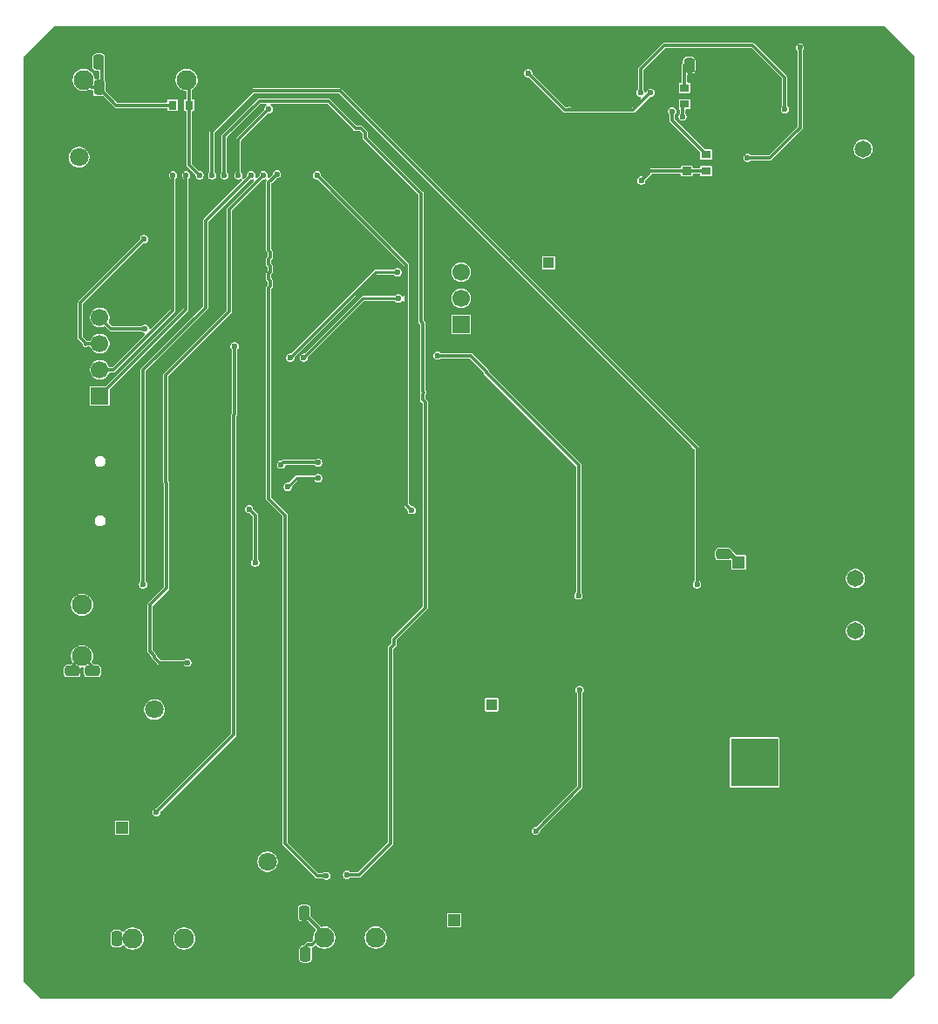
<source format=gbr>
%TF.GenerationSoftware,KiCad,Pcbnew,9.0.7*%
%TF.CreationDate,2026-02-25T22:32:00-06:00*%
%TF.ProjectId,circle_of_life,63697263-6c65-45f6-9f66-5f6c6966652e,rev?*%
%TF.SameCoordinates,Original*%
%TF.FileFunction,Copper,L2,Bot*%
%TF.FilePolarity,Positive*%
%FSLAX46Y46*%
G04 Gerber Fmt 4.6, Leading zero omitted, Abs format (unit mm)*
G04 Created by KiCad (PCBNEW 9.0.7) date 2026-02-25 22:32:00*
%MOMM*%
%LPD*%
G01*
G04 APERTURE LIST*
G04 Aperture macros list*
%AMRoundRect*
0 Rectangle with rounded corners*
0 $1 Rounding radius*
0 $2 $3 $4 $5 $6 $7 $8 $9 X,Y pos of 4 corners*
0 Add a 4 corners polygon primitive as box body*
4,1,4,$2,$3,$4,$5,$6,$7,$8,$9,$2,$3,0*
0 Add four circle primitives for the rounded corners*
1,1,$1+$1,$2,$3*
1,1,$1+$1,$4,$5*
1,1,$1+$1,$6,$7*
1,1,$1+$1,$8,$9*
0 Add four rect primitives between the rounded corners*
20,1,$1+$1,$2,$3,$4,$5,0*
20,1,$1+$1,$4,$5,$6,$7,0*
20,1,$1+$1,$6,$7,$8,$9,0*
20,1,$1+$1,$8,$9,$2,$3,0*%
G04 Aperture macros list end*
%TA.AperFunction,ComponentPad*%
%ADD10R,1.700000X1.700000*%
%TD*%
%TA.AperFunction,ComponentPad*%
%ADD11C,1.700000*%
%TD*%
%TA.AperFunction,HeatsinkPad*%
%ADD12O,2.100000X1.000000*%
%TD*%
%TA.AperFunction,HeatsinkPad*%
%ADD13O,1.600000X1.000000*%
%TD*%
%TA.AperFunction,ComponentPad*%
%ADD14C,1.950000*%
%TD*%
%TA.AperFunction,ComponentPad*%
%ADD15R,1.200000X1.200000*%
%TD*%
%TA.AperFunction,ComponentPad*%
%ADD16C,1.200000*%
%TD*%
%TA.AperFunction,ComponentPad*%
%ADD17R,4.650000X4.650000*%
%TD*%
%TA.AperFunction,ComponentPad*%
%ADD18C,4.650000*%
%TD*%
%TA.AperFunction,ComponentPad*%
%ADD19C,1.650000*%
%TD*%
%TA.AperFunction,ComponentPad*%
%ADD20R,1.800000X1.800000*%
%TD*%
%TA.AperFunction,ComponentPad*%
%ADD21C,1.800000*%
%TD*%
%TA.AperFunction,ComponentPad*%
%ADD22R,1.100000X1.100000*%
%TD*%
%TA.AperFunction,ComponentPad*%
%ADD23C,1.100000*%
%TD*%
%TA.AperFunction,SMDPad,CuDef*%
%ADD24R,0.950000X0.800000*%
%TD*%
%TA.AperFunction,SMDPad,CuDef*%
%ADD25RoundRect,0.250000X-0.250000X-0.475000X0.250000X-0.475000X0.250000X0.475000X-0.250000X0.475000X0*%
%TD*%
%TA.AperFunction,SMDPad,CuDef*%
%ADD26RoundRect,0.250000X0.475000X-0.250000X0.475000X0.250000X-0.475000X0.250000X-0.475000X-0.250000X0*%
%TD*%
%TA.AperFunction,SMDPad,CuDef*%
%ADD27R,0.940000X0.810000*%
%TD*%
%TA.AperFunction,SMDPad,CuDef*%
%ADD28RoundRect,0.250000X0.250000X0.475000X-0.250000X0.475000X-0.250000X-0.475000X0.250000X-0.475000X0*%
%TD*%
%TA.AperFunction,SMDPad,CuDef*%
%ADD29R,0.800000X0.950000*%
%TD*%
%TA.AperFunction,SMDPad,CuDef*%
%ADD30RoundRect,0.250000X-0.475000X0.250000X-0.475000X-0.250000X0.475000X-0.250000X0.475000X0.250000X0*%
%TD*%
%TA.AperFunction,ViaPad*%
%ADD31C,0.600000*%
%TD*%
%TA.AperFunction,Conductor*%
%ADD32C,0.500000*%
%TD*%
%TA.AperFunction,Conductor*%
%ADD33C,0.300000*%
%TD*%
%TA.AperFunction,Conductor*%
%ADD34C,0.250000*%
%TD*%
G04 APERTURE END LIST*
D10*
%TO.P,J7,1,Pin_1*%
%TO.N,+3.3V*%
X128900000Y-134700000D03*
D11*
%TO.P,J7,2,Pin_2*%
%TO.N,TXD0*%
X128900000Y-132160000D03*
%TO.P,J7,3,Pin_3*%
%TO.N,RXD0*%
X128900000Y-129620000D03*
%TO.P,J7,4,Pin_4*%
%TO.N,GND*%
X128900000Y-127080000D03*
%TD*%
D12*
%TO.P,P1,S1,SHIELD*%
%TO.N,GND*%
X94360000Y-146540000D03*
D13*
X90180000Y-146540000D03*
D12*
X94360000Y-155180000D03*
D13*
X90180000Y-155180000D03*
%TD*%
D14*
%TO.P,J4,1,Pin_1*%
%TO.N,GND*%
X92080000Y-171900000D03*
%TO.P,J4,2,Pin_2*%
%TO.N,+5V*%
X92080000Y-166900000D03*
%TO.P,J4,3,Pin_3*%
%TO.N,PH_SGN*%
X92080000Y-161900000D03*
%TD*%
D10*
%TO.P,J8,1,Pin_1*%
%TO.N,TMS*%
X93800000Y-141620000D03*
D11*
%TO.P,J8,2,Pin_2*%
%TO.N,TDI*%
X93800000Y-139080000D03*
%TO.P,J8,3,Pin_3*%
%TO.N,TCK*%
X93800000Y-136540000D03*
%TO.P,J8,4,Pin_4*%
%TO.N,TDO*%
X93800000Y-134000000D03*
%TD*%
D14*
%TO.P,J6,1,Pin_1*%
%TO.N,+3.3V*%
X92230000Y-110950000D03*
%TO.P,J6,2,Pin_2*%
%TO.N,GND*%
X97230000Y-110950000D03*
%TO.P,J6,3,Pin_3*%
%TO.N,TMP_SGN*%
X102230000Y-110950000D03*
%TD*%
D15*
%TO.P,C36,1*%
%TO.N,+5V*%
X128200000Y-192500000D03*
D16*
%TO.P,C36,2*%
%TO.N,GND*%
X128200000Y-196000000D03*
%TD*%
D15*
%TO.P,C12,1*%
%TO.N,+12V*%
X155850000Y-157780000D03*
D16*
%TO.P,C12,2*%
%TO.N,GND*%
X155850000Y-154280000D03*
%TD*%
D17*
%TO.P,J3,1,1*%
%TO.N,Net-(F2-Pad1)*%
X157400000Y-177200000D03*
D18*
%TO.P,J3,2,2*%
%TO.N,GND*%
X163200000Y-177200000D03*
%TO.P,J3,3,3*%
X160400000Y-172400000D03*
%TD*%
D14*
%TO.P,J2,1,Pin_1*%
%TO.N,GND*%
X92000000Y-194300000D03*
%TO.P,J2,2,Pin_2*%
%TO.N,+5V*%
X97000000Y-194300000D03*
%TO.P,J2,3,Pin_3*%
%TO.N,Net-(J2-Pin_3)*%
X102000000Y-194300000D03*
%TD*%
D19*
%TO.P,J11,1,Pin_1*%
%TO.N,LEDS*%
X167931944Y-117649586D03*
%TO.P,J11,2,Pin_2*%
%TO.N,GND*%
X167931944Y-112569586D03*
%TD*%
D20*
%TO.P,D5,1,K*%
%TO.N,GND*%
X91790000Y-120990000D03*
D21*
%TO.P,D5,2,A*%
%TO.N,Net-(D5-A)*%
X91790000Y-118450000D03*
%TD*%
D14*
%TO.P,J5,1,Pin_1*%
%TO.N,GND*%
X110600000Y-194200000D03*
%TO.P,J5,2,Pin_2*%
%TO.N,+5V*%
X115600000Y-194200000D03*
%TO.P,J5,3,Pin_3*%
%TO.N,FLOW_SGN*%
X120600000Y-194200000D03*
%TD*%
D20*
%TO.P,D6,1,K*%
%TO.N,GND*%
X110090000Y-184300000D03*
D21*
%TO.P,D6,2,A*%
%TO.N,Net-(D6-A)*%
X110090000Y-186840000D03*
%TD*%
D20*
%TO.P,D7,1,K*%
%TO.N,GND*%
X101640000Y-172060000D03*
D21*
%TO.P,D7,2,A*%
%TO.N,Net-(D7-A)*%
X99100000Y-172060000D03*
%TD*%
D19*
%TO.P,J1,1,Pin_1*%
%TO.N,+12V*%
X167200000Y-159360000D03*
%TO.P,J1,2,Pin_2*%
%TO.N,Net-(D4-A)*%
X167200000Y-164440000D03*
%TD*%
D15*
%TO.P,C13,1*%
%TO.N,+5V*%
X95975000Y-183550000D03*
D16*
%TO.P,C13,2*%
%TO.N,GND*%
X90975000Y-183550000D03*
%TD*%
D22*
%TO.P,C37,1*%
%TO.N,+12V*%
X137400000Y-128700000D03*
D23*
%TO.P,C37,2*%
%TO.N,GND*%
X139900000Y-128700000D03*
%TD*%
D22*
%TO.P,C29,1*%
%TO.N,+12V*%
X131850000Y-171600000D03*
D23*
%TO.P,C29,2*%
%TO.N,GND*%
X134350000Y-171600000D03*
%TD*%
D24*
%TO.P,R17,1*%
%TO.N,Net-(IC4-ISMON)*%
X150600000Y-113310000D03*
%TO.P,R17,2*%
%TO.N,Net-(C25-Pad2)*%
X150600000Y-111710000D03*
%TD*%
D25*
%TO.P,C34,1*%
%TO.N,+3.3V*%
X93700000Y-109220000D03*
%TO.P,C34,2*%
%TO.N,GND*%
X95600000Y-109220000D03*
%TD*%
D26*
%TO.P,C16,1*%
%TO.N,+12V*%
X154400000Y-156980000D03*
%TO.P,C16,2*%
%TO.N,GND*%
X154400000Y-155080000D03*
%TD*%
D27*
%TO.P,C22,1*%
%TO.N,INTV*%
X150800000Y-119800000D03*
%TO.P,C22,2*%
%TO.N,GND*%
X150800000Y-118460000D03*
%TD*%
D25*
%TO.P,C35,1*%
%TO.N,+3.3V*%
X93740000Y-111700000D03*
%TO.P,C35,2*%
%TO.N,GND*%
X95640000Y-111700000D03*
%TD*%
D28*
%TO.P,C25,1*%
%TO.N,GND*%
X152935796Y-109510000D03*
%TO.P,C25,2*%
%TO.N,Net-(C25-Pad2)*%
X151035796Y-109510000D03*
%TD*%
D24*
%TO.P,R16,1*%
%TO.N,Net-(IC4-~{FAULT})*%
X152700000Y-118200000D03*
%TO.P,R16,2*%
%TO.N,INTV*%
X152700000Y-119800000D03*
%TD*%
D28*
%TO.P,C32,1*%
%TO.N,+5V*%
X113780000Y-195800000D03*
%TO.P,C32,2*%
%TO.N,GND*%
X111880000Y-195800000D03*
%TD*%
D29*
%TO.P,R2,1*%
%TO.N,+3.3V*%
X100880000Y-113400000D03*
%TO.P,R2,2*%
%TO.N,TMP_SGN*%
X102480000Y-113400000D03*
%TD*%
D28*
%TO.P,C14,1*%
%TO.N,+5V*%
X95450000Y-194300000D03*
%TO.P,C14,2*%
%TO.N,GND*%
X93550000Y-194300000D03*
%TD*%
D30*
%TO.P,C30,1*%
%TO.N,+5V*%
X93100000Y-168320000D03*
%TO.P,C30,2*%
%TO.N,GND*%
X93100000Y-170220000D03*
%TD*%
%TO.P,C31,1*%
%TO.N,+5V*%
X91100000Y-168320000D03*
%TO.P,C31,2*%
%TO.N,GND*%
X91100000Y-170220000D03*
%TD*%
D28*
%TO.P,C33,1*%
%TO.N,+5V*%
X113660000Y-191800000D03*
%TO.P,C33,2*%
%TO.N,GND*%
X111760000Y-191800000D03*
%TD*%
D31*
%TO.N,GND*%
X96900000Y-163200000D03*
X146000000Y-117900000D03*
X147700000Y-116200000D03*
X135100000Y-185040000D03*
X156900000Y-109600000D03*
X146900000Y-117100000D03*
X112500000Y-155000000D03*
X146800000Y-116200000D03*
X104700000Y-152800000D03*
X99300000Y-123700000D03*
X136200000Y-195800000D03*
X117300000Y-141650000D03*
X152300000Y-112400000D03*
X148600000Y-117900000D03*
X111100000Y-130700000D03*
X99300000Y-148000000D03*
X142800000Y-113200000D03*
X149300000Y-166100000D03*
X133300000Y-185040000D03*
X143800000Y-127600000D03*
X110700000Y-161100000D03*
X148600000Y-116200000D03*
X119800000Y-165400000D03*
X118900000Y-116300000D03*
X146000000Y-117100000D03*
X101600000Y-178700000D03*
X104400000Y-156200000D03*
X146200000Y-170300000D03*
X111100000Y-127900000D03*
X109700000Y-130700000D03*
X107700000Y-143000000D03*
X133100000Y-147900000D03*
X151600000Y-178300000D03*
X111100000Y-129200000D03*
X146000000Y-116200000D03*
X108300000Y-127900000D03*
X147300000Y-110900000D03*
X108300000Y-129300000D03*
X136900000Y-165000000D03*
X109700000Y-129300000D03*
X134200000Y-185040000D03*
X114200000Y-153200000D03*
X114200000Y-155000000D03*
X136100000Y-179000000D03*
X113400000Y-154100000D03*
X97000000Y-154100000D03*
X112500000Y-153200000D03*
X133400000Y-156900000D03*
X147800000Y-117900000D03*
X120722935Y-155150000D03*
X113300000Y-153200000D03*
X113400000Y-155000000D03*
X154600000Y-119800000D03*
X103600000Y-184700000D03*
X148600000Y-117100000D03*
X147800000Y-117100000D03*
X146900000Y-117900000D03*
X116400000Y-158300000D03*
X121700000Y-165500000D03*
X151100000Y-127000000D03*
X132000000Y-139100000D03*
X153400000Y-159900000D03*
X112500000Y-154100000D03*
X116400000Y-162500000D03*
X114200000Y-154100000D03*
X108300000Y-130600000D03*
X109700000Y-127900000D03*
%TO.N,+3.3V*%
X108900000Y-157800000D03*
X108300000Y-152600000D03*
%TO.N,ISP*%
X156700000Y-118500000D03*
X161800000Y-107800000D03*
%TO.N,INTV*%
X146400000Y-120700000D03*
%TO.N,MCU_EN*%
X114900000Y-120200000D03*
X124077717Y-152700000D03*
%TO.N,IO0*%
X115000000Y-148100000D03*
X111400000Y-148300000D03*
%TO.N,EN*%
X140300000Y-161000000D03*
X140400000Y-170175000D03*
X136138000Y-183840000D03*
X126600000Y-137700000D03*
%TO.N,TDI*%
X100910000Y-120200000D03*
%TO.N,PUMP_SGN*%
X151800000Y-159900000D03*
X104700000Y-120200000D03*
%TO.N,TEMP_FAULT*%
X109700000Y-120200000D03*
X102300000Y-167500000D03*
%TO.N,FLOW_SGN*%
X105900000Y-120200000D03*
X117800000Y-188100000D03*
%TO.N,TCK*%
X98100000Y-126400000D03*
%TO.N,TDO*%
X98200000Y-135100000D03*
%TO.N,PWM_DIM*%
X110200000Y-113800000D03*
X135400000Y-110300000D03*
X107260000Y-120200000D03*
X147300000Y-112200000D03*
%TO.N,TMP_SGN*%
X103500000Y-120200000D03*
%TO.N,FLOW_FAULT*%
X111000000Y-120100000D03*
X115800000Y-188200000D03*
%TO.N,TMS*%
X102180000Y-120200000D03*
%TO.N,PH_SGN*%
X98000000Y-159900000D03*
X108500000Y-120200000D03*
%TO.N,Net-(IC4-ISMON)*%
X150400000Y-114500000D03*
%TO.N,Net-(IC4-~{FAULT})*%
X149400000Y-114000000D03*
%TO.N,Net-(IC4-PWMTG)*%
X160331944Y-113800000D03*
X146300000Y-112200000D03*
%TO.N,SRV_SGN_3.3V*%
X106900000Y-136800000D03*
X99300000Y-182050000D03*
%TO.N,DTR*%
X115000000Y-149600000D03*
X112052935Y-150450000D03*
%TO.N,TXD0*%
X122800000Y-132160000D03*
X113610000Y-137900000D03*
%TO.N,RXD0*%
X122700000Y-129620000D03*
X112300000Y-137900000D03*
%TD*%
D32*
%TO.N,GND*%
X154770000Y-155360000D02*
X155850000Y-154280000D01*
D33*
X95320000Y-111540000D02*
X95480000Y-111700000D01*
X95480000Y-111700000D02*
X96480000Y-111700000D01*
D32*
X154400000Y-155360000D02*
X154770000Y-155360000D01*
D33*
X95320000Y-109950000D02*
X95320000Y-111540000D01*
X96480000Y-111700000D02*
X97230000Y-110950000D01*
%TO.N,+5V*%
X115270000Y-193500000D02*
X115270000Y-193900000D01*
X114440000Y-194880000D02*
X115270000Y-194050000D01*
X95170000Y-194300000D02*
X97000000Y-194300000D01*
X113500000Y-195400000D02*
X114020000Y-194880000D01*
X115270000Y-194050000D02*
X115270000Y-193900000D01*
X91100000Y-168600000D02*
X91100000Y-167880000D01*
X114020000Y-194880000D02*
X114440000Y-194880000D01*
X93100000Y-168480000D02*
X93100000Y-167920000D01*
X113870000Y-192100000D02*
X115270000Y-193500000D01*
X93100000Y-167920000D02*
X92080000Y-166900000D01*
X91100000Y-167880000D02*
X92080000Y-166900000D01*
X113500000Y-192100000D02*
X113870000Y-192100000D01*
%TO.N,+3.3V*%
X93900000Y-111915000D02*
X95385000Y-113400000D01*
X93980000Y-109500000D02*
X93700000Y-109220000D01*
X93980000Y-111620000D02*
X93980000Y-109500000D01*
X108900000Y-157800000D02*
X108900000Y-153200000D01*
X93900000Y-111700000D02*
X93900000Y-111915000D01*
X93900000Y-111700000D02*
X92980000Y-111700000D01*
X92980000Y-111700000D02*
X92230000Y-110950000D01*
X93900000Y-111700000D02*
X93980000Y-111620000D01*
X108900000Y-153200000D02*
X108300000Y-152600000D01*
X95385000Y-113400000D02*
X100880000Y-113400000D01*
D32*
%TO.N,+12V*%
X154770000Y-156700000D02*
X155850000Y-157780000D01*
X154400000Y-156700000D02*
X154770000Y-156700000D01*
D33*
%TO.N,ISP*%
X161800000Y-115600000D02*
X161800000Y-107800000D01*
X156700000Y-118500000D02*
X158900000Y-118500000D01*
X158900000Y-118500000D02*
X161400000Y-116000000D01*
X161400000Y-116000000D02*
X161800000Y-115600000D01*
%TO.N,INTV*%
X147300000Y-119800000D02*
X150800000Y-119800000D01*
X146400000Y-120700000D02*
X147300000Y-119800000D01*
X150800000Y-119800000D02*
X152700000Y-119800000D01*
%TO.N,Net-(C25-Pad2)*%
X150600000Y-111710000D02*
X150600000Y-109521204D01*
X150600000Y-109521204D02*
X150588796Y-109510000D01*
%TO.N,MCU_EN*%
X123600000Y-128900000D02*
X123600000Y-152222283D01*
X114900000Y-120200000D02*
X123600000Y-128900000D01*
X123600000Y-152222283D02*
X124077717Y-152700000D01*
%TO.N,IO0*%
X111400000Y-148300000D02*
X111600000Y-148100000D01*
X111600000Y-148100000D02*
X115000000Y-148100000D01*
%TO.N,EN*%
X140400000Y-170175000D02*
X140400000Y-179578000D01*
X131349000Y-139369654D02*
X140300000Y-148320654D01*
X140400000Y-179578000D02*
X136138000Y-183840000D01*
X131349000Y-139249000D02*
X131349000Y-139369654D01*
X140300000Y-148320654D02*
X140300000Y-161000000D01*
X129800000Y-137700000D02*
X131349000Y-139249000D01*
X126600000Y-137700000D02*
X129800000Y-137700000D01*
%TO.N,TDI*%
X95140654Y-139080000D02*
X93800000Y-139080000D01*
X100910000Y-120200000D02*
X100910000Y-133310654D01*
X100910000Y-133310654D02*
X95140654Y-139080000D01*
%TO.N,PUMP_SGN*%
X104700000Y-116000000D02*
X108700000Y-112000000D01*
X108700000Y-112000000D02*
X117100000Y-112000000D01*
X117100000Y-112000000D02*
X151800000Y-146700000D01*
X151800000Y-146700000D02*
X151800000Y-159900000D01*
X104700000Y-120200000D02*
X104700000Y-116000000D01*
%TO.N,TEMP_FAULT*%
X106399000Y-133401000D02*
X100200000Y-139600000D01*
X98700000Y-161900000D02*
X98700000Y-166400000D01*
X106399000Y-123501000D02*
X106399000Y-133401000D01*
X99100000Y-167000000D02*
X99600000Y-167500000D01*
X99600000Y-167500000D02*
X102300000Y-167500000D01*
X100200000Y-139600000D02*
X100200000Y-149999000D01*
X98700000Y-166400000D02*
X98900000Y-166600000D01*
X99100000Y-166900000D02*
X99100000Y-167000000D01*
X98900000Y-166600000D02*
X98900000Y-166700000D01*
X109700000Y-120200000D02*
X106399000Y-123501000D01*
X100300000Y-150099000D02*
X100300000Y-160300000D01*
X98900000Y-166700000D02*
X99100000Y-166900000D01*
X100200000Y-149999000D02*
X100300000Y-150099000D01*
X100300000Y-160300000D02*
X98700000Y-161900000D01*
%TO.N,FLOW_SGN*%
X125279346Y-141300000D02*
X125200000Y-141220654D01*
X116000000Y-113000000D02*
X109300000Y-113000000D01*
X125000000Y-122000000D02*
X119551000Y-116551000D01*
X125200000Y-141220654D02*
X125200000Y-134579346D01*
X119551000Y-116030346D02*
X119169654Y-115649000D01*
X125200000Y-134579346D02*
X125000000Y-134379346D01*
X125400000Y-142220654D02*
X125149000Y-141969654D01*
X125149000Y-141969654D02*
X125149000Y-141430346D01*
X122000000Y-166120654D02*
X122351000Y-165769654D01*
X119169654Y-115649000D02*
X118649000Y-115649000D01*
X122000000Y-185100000D02*
X122000000Y-166120654D01*
X125000000Y-134379346D02*
X125000000Y-122000000D01*
X125400000Y-162181346D02*
X125400000Y-142220654D01*
X125149000Y-141430346D02*
X125279346Y-141300000D01*
X119551000Y-116551000D02*
X119551000Y-116030346D01*
X122351000Y-165230346D02*
X125400000Y-162181346D01*
X117800000Y-188100000D02*
X119000000Y-188100000D01*
X109300000Y-113000000D02*
X105900000Y-116400000D01*
X118649000Y-115649000D02*
X116000000Y-113000000D01*
X119000000Y-188100000D02*
X122000000Y-185100000D01*
X105900000Y-116400000D02*
X105900000Y-120200000D01*
X122351000Y-165769654D02*
X122351000Y-165230346D01*
%TO.N,TCK*%
X92400000Y-136600000D02*
X92460000Y-136540000D01*
X91900000Y-132600000D02*
X91900000Y-136000000D01*
X98100000Y-126400000D02*
X91900000Y-132600000D01*
X92460000Y-136540000D02*
X93800000Y-136540000D01*
X92400000Y-136500000D02*
X92400000Y-136600000D01*
X91900000Y-136000000D02*
X92400000Y-136500000D01*
%TO.N,TDO*%
X94900000Y-135100000D02*
X93800000Y-134000000D01*
X98200000Y-135100000D02*
X94900000Y-135100000D01*
%TO.N,PWM_DIM*%
X139400000Y-113800000D02*
X139500000Y-113900000D01*
X107260000Y-116740000D02*
X110200000Y-113800000D01*
X139300000Y-113900000D02*
X139400000Y-113800000D01*
X139500000Y-113900000D02*
X145600000Y-113900000D01*
X135400000Y-110300000D02*
X139000000Y-113900000D01*
X107260000Y-120200000D02*
X107260000Y-116740000D01*
X145600000Y-113900000D02*
X147300000Y-112200000D01*
X139000000Y-113900000D02*
X139300000Y-113900000D01*
%TO.N,TMP_SGN*%
X102480000Y-119180000D02*
X102480000Y-113400000D01*
X103500000Y-120200000D02*
X102480000Y-119180000D01*
X102480000Y-113400000D02*
X102480000Y-111200000D01*
X102480000Y-111200000D02*
X102230000Y-110950000D01*
%TO.N,FLOW_FAULT*%
X110200000Y-127479346D02*
X110200000Y-120900000D01*
X110351000Y-129569654D02*
X110351000Y-129030346D01*
X114900000Y-188200000D02*
X111800000Y-185100000D01*
X110200000Y-128879346D02*
X110200000Y-128320654D01*
X111800000Y-153200000D02*
X110200000Y-151600000D01*
X110351000Y-130969654D02*
X110351000Y-130430346D01*
X110200000Y-120900000D02*
X111000000Y-120100000D01*
X110200000Y-131120654D02*
X110351000Y-130969654D01*
X110200000Y-129720654D02*
X110351000Y-129569654D01*
X110351000Y-129030346D02*
X110200000Y-128879346D01*
X110351000Y-128169654D02*
X110351000Y-127630346D01*
X111800000Y-185100000D02*
X111800000Y-153200000D01*
X110200000Y-130279346D02*
X110200000Y-129720654D01*
X115800000Y-188200000D02*
X114900000Y-188200000D01*
X110200000Y-151600000D02*
X110200000Y-131120654D01*
X110200000Y-128320654D02*
X110351000Y-128169654D01*
X110351000Y-130430346D02*
X110200000Y-130279346D01*
X110351000Y-127630346D02*
X110200000Y-127479346D01*
%TO.N,TMS*%
X102180000Y-120200000D02*
X102180000Y-133240000D01*
X102180000Y-133240000D02*
X93800000Y-141620000D01*
%TO.N,PH_SGN*%
X104049000Y-133051000D02*
X98000000Y-139100000D01*
X98000000Y-139100000D02*
X98000000Y-159900000D01*
X104049000Y-124651000D02*
X104049000Y-133051000D01*
X108500000Y-120200000D02*
X104049000Y-124651000D01*
%TO.N,Net-(IC4-ISMON)*%
X150400000Y-113510000D02*
X150600000Y-113310000D01*
X150400000Y-114500000D02*
X150400000Y-113510000D01*
%TO.N,Net-(IC4-~{FAULT})*%
X149400000Y-114900000D02*
X149400000Y-114000000D01*
X152700000Y-118200000D02*
X149400000Y-114900000D01*
%TO.N,Net-(IC4-PWMTG)*%
X148600000Y-107600000D02*
X146300000Y-109900000D01*
X157200000Y-107600000D02*
X148600000Y-107600000D01*
X160300000Y-110700000D02*
X157200000Y-107600000D01*
X160331944Y-113800000D02*
X160300000Y-113768056D01*
X146300000Y-109900000D02*
X146300000Y-112200000D01*
X160300000Y-113768056D02*
X160300000Y-110700000D01*
%TO.N,SRV_SGN_3.3V*%
X106900000Y-143400000D02*
X106800000Y-143500000D01*
X106800000Y-143500000D02*
X106800000Y-174500000D01*
X99300000Y-182000000D02*
X99300000Y-182050000D01*
X106800000Y-174500000D02*
X99300000Y-182000000D01*
X106900000Y-136800000D02*
X106900000Y-143400000D01*
D34*
%TO.N,DTR*%
X112952935Y-149550000D02*
X112052935Y-150450000D01*
X114950000Y-149550000D02*
X112952935Y-149550000D01*
X115000000Y-149600000D02*
X114950000Y-149550000D01*
%TO.N,TXD0*%
X119350000Y-132160000D02*
X122800000Y-132160000D01*
X113610000Y-137900000D02*
X119350000Y-132160000D01*
%TO.N,RXD0*%
X120580000Y-129620000D02*
X122700000Y-129620000D01*
X112300000Y-137900000D02*
X120580000Y-129620000D01*
%TD*%
%TA.AperFunction,Conductor*%
%TO.N,GND*%
G36*
X170015677Y-105719685D02*
G01*
X170036319Y-105736319D01*
X172863681Y-108563681D01*
X172897166Y-108625004D01*
X172900000Y-108651362D01*
X172900000Y-197848638D01*
X172880315Y-197915677D01*
X172863681Y-197936319D01*
X170736819Y-200063181D01*
X170675496Y-200096666D01*
X170649138Y-200099500D01*
X88050862Y-200099500D01*
X87983823Y-200079815D01*
X87963181Y-200063181D01*
X86436819Y-198536819D01*
X86403334Y-198475496D01*
X86400500Y-198449138D01*
X86400500Y-193791739D01*
X94849500Y-193791739D01*
X94849500Y-194808260D01*
X94859426Y-194876391D01*
X94910803Y-194981485D01*
X94993514Y-195064196D01*
X94993515Y-195064196D01*
X94993517Y-195064198D01*
X95098607Y-195115573D01*
X95118813Y-195118517D01*
X95166739Y-195125500D01*
X95166740Y-195125500D01*
X95733261Y-195125500D01*
X95755971Y-195122191D01*
X95801393Y-195115573D01*
X95906483Y-195064198D01*
X95988786Y-194981894D01*
X96050107Y-194948411D01*
X96119799Y-194953395D01*
X96175733Y-194995266D01*
X96176785Y-194996693D01*
X96179650Y-195000637D01*
X96299360Y-195120347D01*
X96299365Y-195120351D01*
X96418817Y-195207137D01*
X96436315Y-195219850D01*
X96532425Y-195268820D01*
X96587146Y-195296703D01*
X96587148Y-195296703D01*
X96587151Y-195296705D01*
X96673450Y-195324745D01*
X96748152Y-195349018D01*
X96915351Y-195375500D01*
X96915356Y-195375500D01*
X97084649Y-195375500D01*
X97251847Y-195349018D01*
X97412849Y-195296705D01*
X97563685Y-195219850D01*
X97700641Y-195120346D01*
X97820346Y-195000641D01*
X97919850Y-194863685D01*
X97996705Y-194712849D01*
X98049018Y-194551847D01*
X98062852Y-194464504D01*
X98075500Y-194384649D01*
X98075500Y-194215350D01*
X100924500Y-194215350D01*
X100924500Y-194384649D01*
X100950981Y-194551847D01*
X101003296Y-194712853D01*
X101080152Y-194863688D01*
X101179648Y-195000634D01*
X101179652Y-195000639D01*
X101299360Y-195120347D01*
X101299365Y-195120351D01*
X101418817Y-195207137D01*
X101436315Y-195219850D01*
X101532425Y-195268820D01*
X101587146Y-195296703D01*
X101587148Y-195296703D01*
X101587151Y-195296705D01*
X101673450Y-195324745D01*
X101748152Y-195349018D01*
X101915351Y-195375500D01*
X101915356Y-195375500D01*
X102084649Y-195375500D01*
X102251847Y-195349018D01*
X102412849Y-195296705D01*
X102563685Y-195219850D01*
X102700641Y-195120346D01*
X102820346Y-195000641D01*
X102919850Y-194863685D01*
X102996705Y-194712849D01*
X103049018Y-194551847D01*
X103062852Y-194464504D01*
X103075500Y-194384649D01*
X103075500Y-194215350D01*
X103049018Y-194048152D01*
X103016526Y-193948153D01*
X102996705Y-193887151D01*
X102996703Y-193887148D01*
X102996703Y-193887146D01*
X102949500Y-193794506D01*
X102919850Y-193736315D01*
X102907137Y-193718817D01*
X102820351Y-193599365D01*
X102820347Y-193599360D01*
X102700639Y-193479652D01*
X102700634Y-193479648D01*
X102563688Y-193380152D01*
X102563687Y-193380151D01*
X102563685Y-193380150D01*
X102516582Y-193356150D01*
X102412853Y-193303296D01*
X102251847Y-193250981D01*
X102084649Y-193224500D01*
X102084644Y-193224500D01*
X101915356Y-193224500D01*
X101915351Y-193224500D01*
X101748152Y-193250981D01*
X101587146Y-193303296D01*
X101436311Y-193380152D01*
X101299365Y-193479648D01*
X101299360Y-193479652D01*
X101179652Y-193599360D01*
X101179648Y-193599365D01*
X101080152Y-193736311D01*
X101003296Y-193887146D01*
X100950981Y-194048152D01*
X100924500Y-194215350D01*
X98075500Y-194215350D01*
X98049018Y-194048152D01*
X98016526Y-193948153D01*
X97996705Y-193887151D01*
X97996703Y-193887148D01*
X97996703Y-193887146D01*
X97949500Y-193794506D01*
X97919850Y-193736315D01*
X97907137Y-193718817D01*
X97820351Y-193599365D01*
X97820347Y-193599360D01*
X97700639Y-193479652D01*
X97700634Y-193479648D01*
X97563688Y-193380152D01*
X97563687Y-193380151D01*
X97563685Y-193380150D01*
X97516582Y-193356150D01*
X97412853Y-193303296D01*
X97251847Y-193250981D01*
X97084649Y-193224500D01*
X97084644Y-193224500D01*
X96915356Y-193224500D01*
X96915351Y-193224500D01*
X96748152Y-193250981D01*
X96587146Y-193303296D01*
X96436311Y-193380152D01*
X96299365Y-193479648D01*
X96299360Y-193479652D01*
X96179650Y-193599362D01*
X96176781Y-193603312D01*
X96121449Y-193645975D01*
X96051835Y-193651951D01*
X95990041Y-193619342D01*
X95988785Y-193618103D01*
X95906485Y-193535803D01*
X95801391Y-193484426D01*
X95733261Y-193474500D01*
X95733260Y-193474500D01*
X95166740Y-193474500D01*
X95166739Y-193474500D01*
X95098608Y-193484426D01*
X94993514Y-193535803D01*
X94910803Y-193618514D01*
X94859426Y-193723608D01*
X94849500Y-193791739D01*
X86400500Y-193791739D01*
X86400500Y-191291739D01*
X113059500Y-191291739D01*
X113059500Y-192308260D01*
X113069426Y-192376391D01*
X113120803Y-192481485D01*
X113203514Y-192564196D01*
X113203515Y-192564196D01*
X113203517Y-192564198D01*
X113308607Y-192615573D01*
X113342673Y-192620536D01*
X113376739Y-192625500D01*
X113376740Y-192625500D01*
X113943259Y-192625500D01*
X113943260Y-192625500D01*
X113967212Y-192622010D01*
X114036390Y-192631823D01*
X114072772Y-192657033D01*
X114761762Y-193346023D01*
X114795247Y-193407346D01*
X114790263Y-193477038D01*
X114774400Y-193506589D01*
X114680149Y-193636315D01*
X114603296Y-193787146D01*
X114550981Y-193948152D01*
X114524500Y-194115350D01*
X114524500Y-194284643D01*
X114536027Y-194357426D01*
X114535325Y-194362851D01*
X114537237Y-194367976D01*
X114530896Y-194397124D01*
X114527071Y-194426720D01*
X114523238Y-194432324D01*
X114522385Y-194436249D01*
X114501237Y-194464500D01*
X114372556Y-194593182D01*
X114311236Y-194626666D01*
X114284877Y-194629500D01*
X113970170Y-194629500D01*
X113878102Y-194667636D01*
X113878101Y-194667637D01*
X113607558Y-194938181D01*
X113546235Y-194971666D01*
X113519877Y-194974500D01*
X113496739Y-194974500D01*
X113428608Y-194984426D01*
X113323514Y-195035803D01*
X113240803Y-195118514D01*
X113189426Y-195223608D01*
X113179500Y-195291739D01*
X113179500Y-196308260D01*
X113189426Y-196376391D01*
X113240803Y-196481485D01*
X113323514Y-196564196D01*
X113323515Y-196564196D01*
X113323517Y-196564198D01*
X113428607Y-196615573D01*
X113462673Y-196620536D01*
X113496739Y-196625500D01*
X113496740Y-196625500D01*
X114063261Y-196625500D01*
X114085971Y-196622191D01*
X114131393Y-196615573D01*
X114236483Y-196564198D01*
X114319198Y-196481483D01*
X114370573Y-196376393D01*
X114380500Y-196308260D01*
X114380500Y-195291740D01*
X114377679Y-195272378D01*
X114387492Y-195203201D01*
X114433147Y-195150311D01*
X114478642Y-195136859D01*
X114477851Y-195132882D01*
X114489824Y-195130500D01*
X114489828Y-195130500D01*
X114581897Y-195092364D01*
X114688957Y-194985303D01*
X114750276Y-194951819D01*
X114819968Y-194956803D01*
X114864317Y-194985304D01*
X114899360Y-195020347D01*
X114899365Y-195020351D01*
X115018817Y-195107137D01*
X115036315Y-195119850D01*
X115132425Y-195168820D01*
X115187146Y-195196703D01*
X115187148Y-195196703D01*
X115187151Y-195196705D01*
X115273450Y-195224745D01*
X115348152Y-195249018D01*
X115515351Y-195275500D01*
X115515356Y-195275500D01*
X115684649Y-195275500D01*
X115851847Y-195249018D01*
X116012849Y-195196705D01*
X116163685Y-195119850D01*
X116300641Y-195020346D01*
X116420346Y-194900641D01*
X116519850Y-194763685D01*
X116596705Y-194612849D01*
X116649018Y-194451847D01*
X116675500Y-194284649D01*
X116675500Y-194115350D01*
X119524500Y-194115350D01*
X119524500Y-194284649D01*
X119550981Y-194451847D01*
X119603296Y-194612853D01*
X119680152Y-194763688D01*
X119779648Y-194900634D01*
X119779652Y-194900639D01*
X119899360Y-195020347D01*
X119899365Y-195020351D01*
X120018817Y-195107137D01*
X120036315Y-195119850D01*
X120132425Y-195168820D01*
X120187146Y-195196703D01*
X120187148Y-195196703D01*
X120187151Y-195196705D01*
X120273450Y-195224745D01*
X120348152Y-195249018D01*
X120515351Y-195275500D01*
X120515356Y-195275500D01*
X120684649Y-195275500D01*
X120851847Y-195249018D01*
X121012849Y-195196705D01*
X121163685Y-195119850D01*
X121300641Y-195020346D01*
X121420346Y-194900641D01*
X121519850Y-194763685D01*
X121596705Y-194612849D01*
X121649018Y-194451847D01*
X121675500Y-194284649D01*
X121675500Y-194115350D01*
X121649018Y-193948152D01*
X121624745Y-193873450D01*
X121596705Y-193787151D01*
X121596703Y-193787148D01*
X121596703Y-193787146D01*
X121564328Y-193723607D01*
X121519850Y-193636315D01*
X121446824Y-193535803D01*
X121420351Y-193499365D01*
X121420347Y-193499360D01*
X121300639Y-193379652D01*
X121300634Y-193379648D01*
X121163688Y-193280152D01*
X121163687Y-193280151D01*
X121163685Y-193280150D01*
X121106438Y-193250981D01*
X121012853Y-193203296D01*
X120851847Y-193150981D01*
X120684649Y-193124500D01*
X120684644Y-193124500D01*
X120515356Y-193124500D01*
X120515351Y-193124500D01*
X120348152Y-193150981D01*
X120187146Y-193203296D01*
X120036311Y-193280152D01*
X119899365Y-193379648D01*
X119899360Y-193379652D01*
X119779652Y-193499360D01*
X119779648Y-193499365D01*
X119680152Y-193636311D01*
X119603296Y-193787146D01*
X119550981Y-193948152D01*
X119524500Y-194115350D01*
X116675500Y-194115350D01*
X116649018Y-193948152D01*
X116624745Y-193873450D01*
X116596705Y-193787151D01*
X116596703Y-193787148D01*
X116596703Y-193787146D01*
X116564328Y-193723607D01*
X116519850Y-193636315D01*
X116446824Y-193535803D01*
X116420351Y-193499365D01*
X116420347Y-193499360D01*
X116300639Y-193379652D01*
X116300634Y-193379648D01*
X116163688Y-193280152D01*
X116163687Y-193280151D01*
X116163685Y-193280150D01*
X116106438Y-193250981D01*
X116012853Y-193203296D01*
X115851847Y-193150981D01*
X115684649Y-193124500D01*
X115684644Y-193124500D01*
X115515356Y-193124500D01*
X115515351Y-193124500D01*
X115347615Y-193151067D01*
X115278322Y-193142113D01*
X115240536Y-193116275D01*
X114296819Y-192172558D01*
X114282115Y-192145630D01*
X114265523Y-192119812D01*
X114264631Y-192113611D01*
X114263334Y-192111235D01*
X114260500Y-192084877D01*
X114260500Y-191890098D01*
X127499500Y-191890098D01*
X127499500Y-193109894D01*
X127499501Y-193109902D01*
X127505330Y-193139212D01*
X127527542Y-193172457D01*
X127544219Y-193183599D01*
X127560787Y-193194669D01*
X127560790Y-193194669D01*
X127560791Y-193194670D01*
X127570647Y-193196630D01*
X127590101Y-193200500D01*
X128809898Y-193200499D01*
X128839213Y-193194669D01*
X128872457Y-193172457D01*
X128894669Y-193139213D01*
X128900500Y-193109899D01*
X128900499Y-191890102D01*
X128894669Y-191860787D01*
X128894668Y-191860785D01*
X128872457Y-191827542D01*
X128839214Y-191805332D01*
X128839215Y-191805332D01*
X128839213Y-191805331D01*
X128839211Y-191805330D01*
X128839208Y-191805329D01*
X128809901Y-191799500D01*
X127590105Y-191799500D01*
X127590097Y-191799501D01*
X127560787Y-191805330D01*
X127527542Y-191827542D01*
X127505332Y-191860785D01*
X127505329Y-191860791D01*
X127499500Y-191890098D01*
X114260500Y-191890098D01*
X114260500Y-191291739D01*
X114250573Y-191223608D01*
X114250573Y-191223607D01*
X114199198Y-191118517D01*
X114199196Y-191118515D01*
X114199196Y-191118514D01*
X114116485Y-191035803D01*
X114011391Y-190984426D01*
X113943261Y-190974500D01*
X113943260Y-190974500D01*
X113376740Y-190974500D01*
X113376739Y-190974500D01*
X113308608Y-190984426D01*
X113203514Y-191035803D01*
X113120803Y-191118514D01*
X113069426Y-191223608D01*
X113059500Y-191291739D01*
X86400500Y-191291739D01*
X86400500Y-186938543D01*
X109089499Y-186938543D01*
X109127947Y-187131829D01*
X109127950Y-187131839D01*
X109203364Y-187313907D01*
X109203371Y-187313920D01*
X109312860Y-187477781D01*
X109312863Y-187477785D01*
X109452214Y-187617136D01*
X109452218Y-187617139D01*
X109616079Y-187726628D01*
X109616092Y-187726635D01*
X109743772Y-187779521D01*
X109798165Y-187802051D01*
X109798169Y-187802051D01*
X109798170Y-187802052D01*
X109991456Y-187840500D01*
X109991459Y-187840500D01*
X110188543Y-187840500D01*
X110325881Y-187813181D01*
X110381835Y-187802051D01*
X110563523Y-187726794D01*
X110563907Y-187726635D01*
X110563907Y-187726634D01*
X110563914Y-187726632D01*
X110727782Y-187617139D01*
X110867139Y-187477782D01*
X110976632Y-187313914D01*
X111052051Y-187131835D01*
X111090500Y-186938541D01*
X111090500Y-186741459D01*
X111090500Y-186741456D01*
X111052052Y-186548170D01*
X111052051Y-186548169D01*
X111052051Y-186548165D01*
X111052049Y-186548160D01*
X110976635Y-186366092D01*
X110976628Y-186366079D01*
X110867139Y-186202218D01*
X110867136Y-186202214D01*
X110727785Y-186062863D01*
X110727781Y-186062860D01*
X110563920Y-185953371D01*
X110563907Y-185953364D01*
X110381839Y-185877950D01*
X110381829Y-185877947D01*
X110188543Y-185839500D01*
X110188541Y-185839500D01*
X109991459Y-185839500D01*
X109991457Y-185839500D01*
X109798170Y-185877947D01*
X109798160Y-185877950D01*
X109616092Y-185953364D01*
X109616079Y-185953371D01*
X109452218Y-186062860D01*
X109452214Y-186062863D01*
X109312863Y-186202214D01*
X109312860Y-186202218D01*
X109203371Y-186366079D01*
X109203364Y-186366092D01*
X109127950Y-186548160D01*
X109127947Y-186548170D01*
X109089500Y-186741456D01*
X109089500Y-186741459D01*
X109089500Y-186938541D01*
X109089500Y-186938543D01*
X109089499Y-186938543D01*
X86400500Y-186938543D01*
X86400500Y-182940098D01*
X95274500Y-182940098D01*
X95274500Y-184159894D01*
X95274501Y-184159902D01*
X95280330Y-184189212D01*
X95302542Y-184222457D01*
X95319219Y-184233599D01*
X95335787Y-184244669D01*
X95335790Y-184244669D01*
X95335791Y-184244670D01*
X95345647Y-184246630D01*
X95365101Y-184250500D01*
X96584898Y-184250499D01*
X96614213Y-184244669D01*
X96647457Y-184222457D01*
X96669669Y-184189213D01*
X96675500Y-184159899D01*
X96675499Y-182940102D01*
X96669669Y-182910787D01*
X96669668Y-182910785D01*
X96647457Y-182877542D01*
X96614214Y-182855332D01*
X96614215Y-182855332D01*
X96614213Y-182855331D01*
X96614211Y-182855330D01*
X96614208Y-182855329D01*
X96584901Y-182849500D01*
X95365105Y-182849500D01*
X95365097Y-182849501D01*
X95335787Y-182855330D01*
X95302542Y-182877542D01*
X95280332Y-182910785D01*
X95280329Y-182910791D01*
X95274500Y-182940098D01*
X86400500Y-182940098D01*
X86400500Y-181997273D01*
X98899500Y-181997273D01*
X98899500Y-182102727D01*
X98926793Y-182204587D01*
X98979520Y-182295913D01*
X99054087Y-182370480D01*
X99145413Y-182423207D01*
X99247273Y-182450500D01*
X99247275Y-182450500D01*
X99352725Y-182450500D01*
X99352727Y-182450500D01*
X99454587Y-182423207D01*
X99545913Y-182370480D01*
X99620480Y-182295913D01*
X99673207Y-182204587D01*
X99700500Y-182102727D01*
X99700500Y-182005121D01*
X99720185Y-181938082D01*
X99736814Y-181917445D01*
X106941895Y-174712364D01*
X106941897Y-174712364D01*
X107012364Y-174641897D01*
X107028160Y-174603760D01*
X107050501Y-174549827D01*
X107050501Y-174450172D01*
X107050501Y-174440183D01*
X107050500Y-174440169D01*
X107050500Y-152547273D01*
X107899500Y-152547273D01*
X107899500Y-152652727D01*
X107926793Y-152754587D01*
X107979520Y-152845913D01*
X108054087Y-152920480D01*
X108145413Y-152973207D01*
X108247273Y-153000500D01*
X108294877Y-153000500D01*
X108361916Y-153020185D01*
X108382558Y-153036819D01*
X108613181Y-153267442D01*
X108646666Y-153328765D01*
X108649500Y-153355123D01*
X108649500Y-157432745D01*
X108629815Y-157499784D01*
X108613181Y-157520426D01*
X108579521Y-157554085D01*
X108526794Y-157645410D01*
X108526793Y-157645413D01*
X108499500Y-157747273D01*
X108499500Y-157852727D01*
X108526793Y-157954587D01*
X108579520Y-158045913D01*
X108654087Y-158120480D01*
X108745413Y-158173207D01*
X108847273Y-158200500D01*
X108847275Y-158200500D01*
X108952725Y-158200500D01*
X108952727Y-158200500D01*
X109054587Y-158173207D01*
X109145913Y-158120480D01*
X109220480Y-158045913D01*
X109273207Y-157954587D01*
X109300500Y-157852727D01*
X109300500Y-157747273D01*
X109273207Y-157645413D01*
X109220480Y-157554087D01*
X109186819Y-157520426D01*
X109153334Y-157459103D01*
X109150500Y-157432745D01*
X109150500Y-153150173D01*
X109150499Y-153150170D01*
X109129925Y-153100500D01*
X109112364Y-153058103D01*
X109041897Y-152987636D01*
X108736819Y-152682558D01*
X108703334Y-152621235D01*
X108700500Y-152594877D01*
X108700500Y-152547275D01*
X108700500Y-152547273D01*
X108673207Y-152445413D01*
X108620480Y-152354087D01*
X108545913Y-152279520D01*
X108454587Y-152226793D01*
X108352727Y-152199500D01*
X108247273Y-152199500D01*
X108145413Y-152226793D01*
X108145410Y-152226794D01*
X108054085Y-152279521D01*
X107979521Y-152354085D01*
X107926794Y-152445410D01*
X107926793Y-152445413D01*
X107899500Y-152547273D01*
X107050500Y-152547273D01*
X107050500Y-143655123D01*
X107070185Y-143588084D01*
X107086819Y-143567442D01*
X107112364Y-143541897D01*
X107150500Y-143449828D01*
X107150500Y-143350173D01*
X107150500Y-137167255D01*
X107170185Y-137100216D01*
X107186819Y-137079574D01*
X107220480Y-137045913D01*
X107273207Y-136954587D01*
X107300500Y-136852727D01*
X107300500Y-136747273D01*
X107273207Y-136645413D01*
X107220480Y-136554087D01*
X107145913Y-136479520D01*
X107054587Y-136426793D01*
X106952727Y-136399500D01*
X106847273Y-136399500D01*
X106745413Y-136426793D01*
X106745410Y-136426794D01*
X106654085Y-136479521D01*
X106579521Y-136554085D01*
X106526794Y-136645410D01*
X106526793Y-136645413D01*
X106499500Y-136747273D01*
X106499500Y-136852726D01*
X106526793Y-136954586D01*
X106526794Y-136954589D01*
X106579521Y-137045914D01*
X106613181Y-137079574D01*
X106646666Y-137140897D01*
X106649500Y-137167255D01*
X106649500Y-143244877D01*
X106629815Y-143311916D01*
X106613181Y-143332558D01*
X106587637Y-143358101D01*
X106587636Y-143358102D01*
X106549500Y-143450170D01*
X106549500Y-174344877D01*
X106529815Y-174411916D01*
X106513181Y-174432558D01*
X99332558Y-181613181D01*
X99271235Y-181646666D01*
X99255324Y-181648376D01*
X99255333Y-181648439D01*
X99247273Y-181649500D01*
X99145413Y-181676793D01*
X99145410Y-181676794D01*
X99054085Y-181729521D01*
X98979521Y-181804085D01*
X98926794Y-181895410D01*
X98926793Y-181895413D01*
X98899500Y-181997273D01*
X86400500Y-181997273D01*
X86400500Y-172158543D01*
X98099499Y-172158543D01*
X98137947Y-172351829D01*
X98137950Y-172351839D01*
X98213364Y-172533907D01*
X98213371Y-172533920D01*
X98322860Y-172697781D01*
X98322863Y-172697785D01*
X98462214Y-172837136D01*
X98462218Y-172837139D01*
X98626079Y-172946628D01*
X98626092Y-172946635D01*
X98808160Y-173022049D01*
X98808165Y-173022051D01*
X98808169Y-173022051D01*
X98808170Y-173022052D01*
X99001456Y-173060500D01*
X99001459Y-173060500D01*
X99198543Y-173060500D01*
X99328582Y-173034632D01*
X99391835Y-173022051D01*
X99573914Y-172946632D01*
X99737782Y-172837139D01*
X99877139Y-172697782D01*
X99986632Y-172533914D01*
X100062051Y-172351835D01*
X100082208Y-172250499D01*
X100100500Y-172158543D01*
X100100500Y-171961456D01*
X100062052Y-171768170D01*
X100062051Y-171768169D01*
X100062051Y-171768165D01*
X100062049Y-171768160D01*
X99986635Y-171586092D01*
X99986628Y-171586079D01*
X99877139Y-171422218D01*
X99877136Y-171422214D01*
X99737785Y-171282863D01*
X99737781Y-171282860D01*
X99573920Y-171173371D01*
X99573907Y-171173364D01*
X99391839Y-171097950D01*
X99391829Y-171097947D01*
X99198543Y-171059500D01*
X99198541Y-171059500D01*
X99001459Y-171059500D01*
X99001457Y-171059500D01*
X98808170Y-171097947D01*
X98808160Y-171097950D01*
X98626092Y-171173364D01*
X98626079Y-171173371D01*
X98462218Y-171282860D01*
X98462214Y-171282863D01*
X98322863Y-171422214D01*
X98322860Y-171422218D01*
X98213371Y-171586079D01*
X98213364Y-171586092D01*
X98137950Y-171768160D01*
X98137947Y-171768170D01*
X98099500Y-171961456D01*
X98099500Y-171961459D01*
X98099500Y-172158541D01*
X98099500Y-172158543D01*
X98099499Y-172158543D01*
X86400500Y-172158543D01*
X86400500Y-168036739D01*
X90274500Y-168036739D01*
X90274500Y-168603260D01*
X90284426Y-168671391D01*
X90335803Y-168776485D01*
X90418514Y-168859196D01*
X90418515Y-168859196D01*
X90418517Y-168859198D01*
X90523607Y-168910573D01*
X90557673Y-168915536D01*
X90591739Y-168920500D01*
X90591740Y-168920500D01*
X91608261Y-168920500D01*
X91630971Y-168917191D01*
X91676393Y-168910573D01*
X91781483Y-168859198D01*
X91864198Y-168776483D01*
X91915573Y-168671393D01*
X91925500Y-168603260D01*
X91925500Y-168099500D01*
X91928050Y-168090814D01*
X91926762Y-168081853D01*
X91937740Y-168057812D01*
X91945185Y-168032461D01*
X91952025Y-168026533D01*
X91955787Y-168018297D01*
X91978021Y-168004007D01*
X91997989Y-167986706D01*
X92008503Y-167984418D01*
X92014565Y-167980523D01*
X92049500Y-167975500D01*
X92150500Y-167975500D01*
X92217539Y-167995185D01*
X92263294Y-168047989D01*
X92274500Y-168099500D01*
X92274500Y-168603260D01*
X92284426Y-168671391D01*
X92335803Y-168776485D01*
X92418514Y-168859196D01*
X92418515Y-168859196D01*
X92418517Y-168859198D01*
X92523607Y-168910573D01*
X92557673Y-168915536D01*
X92591739Y-168920500D01*
X92591740Y-168920500D01*
X93608261Y-168920500D01*
X93630971Y-168917191D01*
X93676393Y-168910573D01*
X93781483Y-168859198D01*
X93864198Y-168776483D01*
X93915573Y-168671393D01*
X93925500Y-168603260D01*
X93925500Y-168036740D01*
X93915573Y-167968607D01*
X93864198Y-167863517D01*
X93864196Y-167863515D01*
X93864196Y-167863514D01*
X93781485Y-167780803D01*
X93676391Y-167729426D01*
X93608261Y-167719500D01*
X93608260Y-167719500D01*
X93305122Y-167719500D01*
X93275681Y-167710855D01*
X93245695Y-167704332D01*
X93240679Y-167700577D01*
X93238083Y-167699815D01*
X93217441Y-167683181D01*
X93062911Y-167528651D01*
X93029426Y-167467328D01*
X93034410Y-167397636D01*
X93040108Y-167384674D01*
X93076702Y-167312855D01*
X93076702Y-167312854D01*
X93076705Y-167312849D01*
X93129018Y-167151847D01*
X93145176Y-167049828D01*
X93155500Y-166984649D01*
X93155500Y-166815350D01*
X93129018Y-166648152D01*
X93076703Y-166487146D01*
X93025999Y-166387636D01*
X92999850Y-166336315D01*
X92955867Y-166275777D01*
X92900351Y-166199365D01*
X92900347Y-166199360D01*
X92780639Y-166079652D01*
X92780634Y-166079648D01*
X92643688Y-165980152D01*
X92643687Y-165980151D01*
X92643685Y-165980150D01*
X92596582Y-165956150D01*
X92492853Y-165903296D01*
X92331847Y-165850981D01*
X92164649Y-165824500D01*
X92164644Y-165824500D01*
X91995356Y-165824500D01*
X91995351Y-165824500D01*
X91828152Y-165850981D01*
X91667146Y-165903296D01*
X91516311Y-165980152D01*
X91379365Y-166079648D01*
X91379360Y-166079652D01*
X91259652Y-166199360D01*
X91259648Y-166199365D01*
X91160152Y-166336311D01*
X91083296Y-166487146D01*
X91030981Y-166648152D01*
X91004500Y-166815350D01*
X91004500Y-166984649D01*
X91030981Y-167151847D01*
X91083297Y-167312856D01*
X91119891Y-167384675D01*
X91124452Y-167408964D01*
X91133090Y-167432122D01*
X91130788Y-167442702D01*
X91132787Y-167453344D01*
X91123492Y-167476243D01*
X91118239Y-167500395D01*
X91108301Y-167513670D01*
X91106510Y-167518084D01*
X91097088Y-167528650D01*
X90958103Y-167667636D01*
X90958102Y-167667636D01*
X90958101Y-167667637D01*
X90942558Y-167683181D01*
X90881235Y-167716666D01*
X90854877Y-167719500D01*
X90591739Y-167719500D01*
X90523608Y-167729426D01*
X90418514Y-167780803D01*
X90335803Y-167863514D01*
X90284426Y-167968608D01*
X90274500Y-168036739D01*
X86400500Y-168036739D01*
X86400500Y-161815350D01*
X91004500Y-161815350D01*
X91004500Y-161984649D01*
X91030981Y-162151847D01*
X91083296Y-162312853D01*
X91160152Y-162463688D01*
X91259648Y-162600634D01*
X91259652Y-162600639D01*
X91379360Y-162720347D01*
X91379365Y-162720351D01*
X91498817Y-162807137D01*
X91516315Y-162819850D01*
X91612425Y-162868820D01*
X91667146Y-162896703D01*
X91667148Y-162896703D01*
X91667151Y-162896705D01*
X91753450Y-162924745D01*
X91828152Y-162949018D01*
X91995351Y-162975500D01*
X91995356Y-162975500D01*
X92164649Y-162975500D01*
X92331847Y-162949018D01*
X92492849Y-162896705D01*
X92643685Y-162819850D01*
X92780641Y-162720346D01*
X92900346Y-162600641D01*
X92999850Y-162463685D01*
X93076705Y-162312849D01*
X93129018Y-162151847D01*
X93148915Y-162026223D01*
X93155500Y-161984649D01*
X93155500Y-161815350D01*
X93129018Y-161648152D01*
X93076703Y-161487146D01*
X93018647Y-161373207D01*
X92999850Y-161336315D01*
X92934170Y-161245914D01*
X92900351Y-161199365D01*
X92900347Y-161199360D01*
X92780639Y-161079652D01*
X92780634Y-161079648D01*
X92643688Y-160980152D01*
X92643687Y-160980151D01*
X92643685Y-160980150D01*
X92596582Y-160956150D01*
X92492853Y-160903296D01*
X92331847Y-160850981D01*
X92164649Y-160824500D01*
X92164644Y-160824500D01*
X91995356Y-160824500D01*
X91995351Y-160824500D01*
X91828152Y-160850981D01*
X91667146Y-160903296D01*
X91516311Y-160980152D01*
X91379365Y-161079648D01*
X91379360Y-161079652D01*
X91259652Y-161199360D01*
X91259648Y-161199365D01*
X91160152Y-161336311D01*
X91083296Y-161487146D01*
X91030981Y-161648152D01*
X91004500Y-161815350D01*
X86400500Y-161815350D01*
X86400500Y-159847273D01*
X97599500Y-159847273D01*
X97599500Y-159952727D01*
X97626793Y-160054587D01*
X97679520Y-160145913D01*
X97754087Y-160220480D01*
X97845413Y-160273207D01*
X97947273Y-160300500D01*
X97947275Y-160300500D01*
X98052725Y-160300500D01*
X98052727Y-160300500D01*
X98154587Y-160273207D01*
X98245913Y-160220480D01*
X98320480Y-160145913D01*
X98373207Y-160054587D01*
X98400500Y-159952727D01*
X98400500Y-159847273D01*
X98373207Y-159745413D01*
X98320480Y-159654087D01*
X98286819Y-159620426D01*
X98253334Y-159559103D01*
X98250500Y-159532745D01*
X98250500Y-139255121D01*
X98270185Y-139188082D01*
X98286814Y-139167445D01*
X104173455Y-133280803D01*
X104173458Y-133280802D01*
X104190896Y-133263364D01*
X104190897Y-133263364D01*
X104261364Y-133192897D01*
X104299500Y-133100828D01*
X104299500Y-124806122D01*
X104319185Y-124739083D01*
X104335819Y-124718441D01*
X108417441Y-120636819D01*
X108478764Y-120603334D01*
X108484755Y-120602184D01*
X108494868Y-120600500D01*
X108552727Y-120600500D01*
X108647710Y-120575049D01*
X108653629Y-120574064D01*
X108682589Y-120577573D01*
X108711752Y-120578268D01*
X108716863Y-120581727D01*
X108722991Y-120582470D01*
X108745457Y-120601079D01*
X108769615Y-120617430D01*
X108772044Y-120623103D01*
X108776798Y-120627041D01*
X108785636Y-120654843D01*
X108797119Y-120681659D01*
X108796095Y-120687745D01*
X108797965Y-120693627D01*
X108790371Y-120721787D01*
X108785533Y-120750561D01*
X108780832Y-120757161D01*
X108779774Y-120761087D01*
X108774877Y-120765523D01*
X108761677Y-120784061D01*
X106257103Y-123288636D01*
X106186637Y-123359101D01*
X106186636Y-123359102D01*
X106148500Y-123451170D01*
X106148500Y-133245876D01*
X106128815Y-133312915D01*
X106112181Y-133333557D01*
X100040661Y-139405076D01*
X100040662Y-139405077D01*
X99987636Y-139458103D01*
X99949500Y-139550170D01*
X99949500Y-150048829D01*
X99987636Y-150140897D01*
X100013181Y-150166442D01*
X100046666Y-150227765D01*
X100049500Y-150254123D01*
X100049500Y-160144876D01*
X100029815Y-160211915D01*
X100013181Y-160232557D01*
X98540661Y-161705076D01*
X98540662Y-161705077D01*
X98487636Y-161758103D01*
X98449500Y-161850170D01*
X98449500Y-166449829D01*
X98487636Y-166541897D01*
X98613181Y-166667441D01*
X98646666Y-166728764D01*
X98648260Y-166743595D01*
X98649500Y-166749829D01*
X98687636Y-166841897D01*
X98813181Y-166967441D01*
X98846666Y-167028764D01*
X98848260Y-167043595D01*
X98849500Y-167049829D01*
X98887636Y-167141897D01*
X99380565Y-167634825D01*
X99380568Y-167634829D01*
X99380569Y-167634829D01*
X99387635Y-167641895D01*
X99387636Y-167641897D01*
X99428920Y-167683181D01*
X99458103Y-167712364D01*
X99485068Y-167723534D01*
X99550169Y-167750500D01*
X99550170Y-167750500D01*
X99550172Y-167750501D01*
X99550173Y-167750501D01*
X99664262Y-167750501D01*
X99664270Y-167750500D01*
X101932745Y-167750500D01*
X101999784Y-167770185D01*
X102020426Y-167786819D01*
X102054087Y-167820480D01*
X102145413Y-167873207D01*
X102247273Y-167900500D01*
X102247275Y-167900500D01*
X102352725Y-167900500D01*
X102352727Y-167900500D01*
X102454587Y-167873207D01*
X102545913Y-167820480D01*
X102620480Y-167745913D01*
X102673207Y-167654587D01*
X102700500Y-167552727D01*
X102700500Y-167447273D01*
X102673207Y-167345413D01*
X102620480Y-167254087D01*
X102545913Y-167179520D01*
X102454587Y-167126793D01*
X102352727Y-167099500D01*
X102247273Y-167099500D01*
X102145413Y-167126793D01*
X102145410Y-167126794D01*
X102054085Y-167179521D01*
X102020426Y-167213181D01*
X101959103Y-167246666D01*
X101932745Y-167249500D01*
X99755122Y-167249500D01*
X99688083Y-167229815D01*
X99667441Y-167213181D01*
X99386820Y-166932559D01*
X99353335Y-166871236D01*
X99351740Y-166856405D01*
X99350500Y-166850170D01*
X99312364Y-166758104D01*
X99312363Y-166758102D01*
X99234828Y-166680567D01*
X99186819Y-166632557D01*
X99153335Y-166571234D01*
X99151740Y-166556407D01*
X99150500Y-166550170D01*
X99112364Y-166458104D01*
X99112363Y-166458102D01*
X99034828Y-166380567D01*
X98986818Y-166332556D01*
X98953334Y-166271233D01*
X98950500Y-166244876D01*
X98950500Y-162055121D01*
X98970185Y-161988082D01*
X98986814Y-161967445D01*
X100441895Y-160512364D01*
X100441897Y-160512364D01*
X100512364Y-160441897D01*
X100528160Y-160403760D01*
X100550501Y-160349827D01*
X100550501Y-160250172D01*
X100550501Y-160240183D01*
X100550500Y-160240169D01*
X100550500Y-150049173D01*
X100550499Y-150049170D01*
X100550358Y-150048829D01*
X100512364Y-149957103D01*
X100486819Y-149931558D01*
X100453334Y-149870235D01*
X100450500Y-149843877D01*
X100450500Y-139755121D01*
X100470185Y-139688082D01*
X100486814Y-139667445D01*
X106523455Y-133630803D01*
X106523458Y-133630802D01*
X106540896Y-133613364D01*
X106540897Y-133613364D01*
X106611364Y-133542897D01*
X106649500Y-133450828D01*
X106649500Y-123656123D01*
X106669185Y-123589084D01*
X106685819Y-123568442D01*
X109617442Y-120636819D01*
X109678765Y-120603334D01*
X109684275Y-120602265D01*
X109694624Y-120600500D01*
X109752727Y-120600500D01*
X109854476Y-120573236D01*
X109860150Y-120572269D01*
X109889357Y-120575692D01*
X109918755Y-120576392D01*
X109923660Y-120579712D01*
X109929545Y-120580402D01*
X109952265Y-120599073D01*
X109976617Y-120615555D01*
X109978949Y-120621000D01*
X109983526Y-120624762D01*
X109992545Y-120652750D01*
X110004121Y-120679783D01*
X110003138Y-120685625D01*
X110004956Y-120691265D01*
X109997409Y-120719691D01*
X109992534Y-120748685D01*
X109988942Y-120754950D01*
X109949500Y-120850170D01*
X109949500Y-127529175D01*
X109987636Y-127621243D01*
X110064181Y-127697788D01*
X110078884Y-127724715D01*
X110095477Y-127750534D01*
X110096368Y-127756734D01*
X110097666Y-127759111D01*
X110100500Y-127785469D01*
X110100500Y-128014531D01*
X110080815Y-128081570D01*
X110064181Y-128102212D01*
X109987637Y-128178755D01*
X109987636Y-128178756D01*
X109949500Y-128270824D01*
X109949500Y-128929175D01*
X109987636Y-129021243D01*
X110064181Y-129097788D01*
X110078884Y-129124715D01*
X110095477Y-129150534D01*
X110096368Y-129156734D01*
X110097666Y-129159111D01*
X110100500Y-129185469D01*
X110100500Y-129414531D01*
X110080815Y-129481570D01*
X110064181Y-129502212D01*
X109987637Y-129578755D01*
X109987636Y-129578756D01*
X109949500Y-129670824D01*
X109949500Y-130329175D01*
X109987636Y-130421243D01*
X110064181Y-130497788D01*
X110078884Y-130524715D01*
X110095477Y-130550534D01*
X110096368Y-130556734D01*
X110097666Y-130559111D01*
X110100500Y-130585469D01*
X110100500Y-130814531D01*
X110080815Y-130881570D01*
X110064181Y-130902212D01*
X109987637Y-130978755D01*
X109987636Y-130978756D01*
X109949500Y-131070824D01*
X109949500Y-151649829D01*
X109987636Y-151741897D01*
X111513181Y-153267441D01*
X111546666Y-153328764D01*
X111549500Y-153355122D01*
X111549500Y-185050172D01*
X111549500Y-185149828D01*
X111587636Y-185241897D01*
X114687636Y-188341897D01*
X114758103Y-188412364D01*
X114850172Y-188450500D01*
X115432745Y-188450500D01*
X115499784Y-188470185D01*
X115520426Y-188486819D01*
X115554087Y-188520480D01*
X115645413Y-188573207D01*
X115747273Y-188600500D01*
X115747275Y-188600500D01*
X115852725Y-188600500D01*
X115852727Y-188600500D01*
X115954587Y-188573207D01*
X116045913Y-188520480D01*
X116120480Y-188445913D01*
X116173207Y-188354587D01*
X116200500Y-188252727D01*
X116200500Y-188147273D01*
X116173207Y-188045413D01*
X116120480Y-187954087D01*
X116045913Y-187879520D01*
X115954587Y-187826793D01*
X115852727Y-187799500D01*
X115747273Y-187799500D01*
X115645413Y-187826793D01*
X115645410Y-187826794D01*
X115554085Y-187879521D01*
X115520426Y-187913181D01*
X115459103Y-187946666D01*
X115432745Y-187949500D01*
X115055123Y-187949500D01*
X114988084Y-187929815D01*
X114967442Y-187913181D01*
X112086819Y-185032558D01*
X112053334Y-184971235D01*
X112050500Y-184944877D01*
X112050500Y-153264270D01*
X112050501Y-153264261D01*
X112050501Y-153150174D01*
X112050500Y-153150170D01*
X112012364Y-153058104D01*
X112012363Y-153058102D01*
X111934832Y-152980571D01*
X111934825Y-152980565D01*
X110486819Y-151532558D01*
X110453334Y-151471235D01*
X110450500Y-151444877D01*
X110450500Y-150397273D01*
X111652435Y-150397273D01*
X111652435Y-150502727D01*
X111679728Y-150604587D01*
X111732455Y-150695913D01*
X111807022Y-150770480D01*
X111898348Y-150823207D01*
X112000208Y-150850500D01*
X112000210Y-150850500D01*
X112105660Y-150850500D01*
X112105662Y-150850500D01*
X112207522Y-150823207D01*
X112298848Y-150770480D01*
X112373415Y-150695913D01*
X112426142Y-150604587D01*
X112453435Y-150502727D01*
X112453435Y-150419766D01*
X112473120Y-150352727D01*
X112489754Y-150332085D01*
X113010021Y-149811819D01*
X113071344Y-149778334D01*
X113097702Y-149775500D01*
X114567276Y-149775500D01*
X114634315Y-149795185D01*
X114674662Y-149837499D01*
X114679520Y-149845913D01*
X114754087Y-149920480D01*
X114845413Y-149973207D01*
X114947273Y-150000500D01*
X114947275Y-150000500D01*
X115052725Y-150000500D01*
X115052727Y-150000500D01*
X115154587Y-149973207D01*
X115245913Y-149920480D01*
X115320480Y-149845913D01*
X115373207Y-149754587D01*
X115400500Y-149652727D01*
X115400500Y-149547273D01*
X115373207Y-149445413D01*
X115320480Y-149354087D01*
X115245913Y-149279520D01*
X115154587Y-149226793D01*
X115052727Y-149199500D01*
X114947273Y-149199500D01*
X114845413Y-149226793D01*
X114845410Y-149226794D01*
X114754085Y-149279521D01*
X114745426Y-149288181D01*
X114684103Y-149321666D01*
X114657745Y-149324500D01*
X112908080Y-149324500D01*
X112908078Y-149324500D01*
X112908076Y-149324501D01*
X112825201Y-149358827D01*
X112825199Y-149358829D01*
X112170848Y-150013181D01*
X112109525Y-150046666D01*
X112083167Y-150049500D01*
X112000208Y-150049500D01*
X111898348Y-150076793D01*
X111898345Y-150076794D01*
X111807020Y-150129521D01*
X111732456Y-150204085D01*
X111679729Y-150295410D01*
X111679728Y-150295413D01*
X111652435Y-150397273D01*
X110450500Y-150397273D01*
X110450500Y-148247273D01*
X110999500Y-148247273D01*
X110999500Y-148352727D01*
X111026793Y-148454587D01*
X111079520Y-148545913D01*
X111154087Y-148620480D01*
X111245413Y-148673207D01*
X111347273Y-148700500D01*
X111347275Y-148700500D01*
X111452725Y-148700500D01*
X111452727Y-148700500D01*
X111554587Y-148673207D01*
X111645913Y-148620480D01*
X111720480Y-148545913D01*
X111773207Y-148454587D01*
X111776470Y-148442407D01*
X111812834Y-148382747D01*
X111875680Y-148352217D01*
X111896245Y-148350500D01*
X114632745Y-148350500D01*
X114699784Y-148370185D01*
X114720426Y-148386819D01*
X114754087Y-148420480D01*
X114845413Y-148473207D01*
X114947273Y-148500500D01*
X114947275Y-148500500D01*
X115052725Y-148500500D01*
X115052727Y-148500500D01*
X115154587Y-148473207D01*
X115245913Y-148420480D01*
X115320480Y-148345913D01*
X115373207Y-148254587D01*
X115400500Y-148152727D01*
X115400500Y-148047273D01*
X115373207Y-147945413D01*
X115320480Y-147854087D01*
X115245913Y-147779520D01*
X115154587Y-147726793D01*
X115052727Y-147699500D01*
X114947273Y-147699500D01*
X114845413Y-147726793D01*
X114845410Y-147726794D01*
X114754085Y-147779521D01*
X114720426Y-147813181D01*
X114659103Y-147846666D01*
X114632745Y-147849500D01*
X111649830Y-147849500D01*
X111649828Y-147849499D01*
X111550173Y-147849499D01*
X111496240Y-147871839D01*
X111482064Y-147877710D01*
X111482062Y-147877711D01*
X111452249Y-147890061D01*
X111404796Y-147899500D01*
X111347273Y-147899500D01*
X111245413Y-147926793D01*
X111245410Y-147926794D01*
X111154085Y-147979521D01*
X111079521Y-148054085D01*
X111026794Y-148145410D01*
X111026793Y-148145413D01*
X110999500Y-148247273D01*
X110450500Y-148247273D01*
X110450500Y-137847273D01*
X111899500Y-137847273D01*
X111899500Y-137952727D01*
X111926793Y-138054587D01*
X111979520Y-138145913D01*
X112054087Y-138220480D01*
X112145413Y-138273207D01*
X112247273Y-138300500D01*
X112247275Y-138300500D01*
X112352725Y-138300500D01*
X112352727Y-138300500D01*
X112454587Y-138273207D01*
X112545913Y-138220480D01*
X112620480Y-138145913D01*
X112673207Y-138054587D01*
X112700500Y-137952727D01*
X112700500Y-137869766D01*
X112707104Y-137847273D01*
X113209500Y-137847273D01*
X113209500Y-137952727D01*
X113236793Y-138054587D01*
X113289520Y-138145913D01*
X113364087Y-138220480D01*
X113455413Y-138273207D01*
X113557273Y-138300500D01*
X113557275Y-138300500D01*
X113662725Y-138300500D01*
X113662727Y-138300500D01*
X113764587Y-138273207D01*
X113855913Y-138220480D01*
X113930480Y-138145913D01*
X113983207Y-138054587D01*
X114010500Y-137952727D01*
X114010500Y-137869766D01*
X114030185Y-137802727D01*
X114046819Y-137782085D01*
X119407086Y-132421819D01*
X119468409Y-132388334D01*
X119494767Y-132385500D01*
X122407744Y-132385500D01*
X122474783Y-132405185D01*
X122495425Y-132421818D01*
X122554087Y-132480480D01*
X122645413Y-132533207D01*
X122747273Y-132560500D01*
X122747275Y-132560500D01*
X122852725Y-132560500D01*
X122852727Y-132560500D01*
X122954587Y-132533207D01*
X123045913Y-132480480D01*
X123120480Y-132405913D01*
X123120482Y-132405908D01*
X123125426Y-132399467D01*
X123127502Y-132401060D01*
X123168668Y-132361801D01*
X123237274Y-132348571D01*
X123302142Y-132374532D01*
X123342676Y-132431442D01*
X123349500Y-132472011D01*
X123349500Y-152272112D01*
X123387636Y-152364180D01*
X123640898Y-152617441D01*
X123674383Y-152678764D01*
X123677217Y-152705122D01*
X123677217Y-152752727D01*
X123704510Y-152854587D01*
X123757237Y-152945913D01*
X123831804Y-153020480D01*
X123923130Y-153073207D01*
X124024990Y-153100500D01*
X124024992Y-153100500D01*
X124130442Y-153100500D01*
X124130444Y-153100500D01*
X124232304Y-153073207D01*
X124323630Y-153020480D01*
X124398197Y-152945913D01*
X124450924Y-152854587D01*
X124478217Y-152752727D01*
X124478217Y-152647273D01*
X124450924Y-152545413D01*
X124398197Y-152454087D01*
X124323630Y-152379520D01*
X124232304Y-152326793D01*
X124130444Y-152299500D01*
X124130443Y-152299500D01*
X124082839Y-152299500D01*
X124053399Y-152290855D01*
X124023412Y-152284332D01*
X124018396Y-152280577D01*
X124015800Y-152279815D01*
X123995163Y-152263185D01*
X123886817Y-152154839D01*
X123853334Y-152093518D01*
X123850500Y-152067160D01*
X123850500Y-128850173D01*
X123850499Y-128850170D01*
X123841945Y-128829518D01*
X123812364Y-128758103D01*
X123741897Y-128687636D01*
X115336818Y-120282557D01*
X115303334Y-120221235D01*
X115300500Y-120194877D01*
X115300500Y-120147275D01*
X115300500Y-120147273D01*
X115273207Y-120045413D01*
X115220480Y-119954087D01*
X115145913Y-119879520D01*
X115054587Y-119826793D01*
X114952727Y-119799500D01*
X114847273Y-119799500D01*
X114745413Y-119826793D01*
X114745410Y-119826794D01*
X114654085Y-119879521D01*
X114579521Y-119954085D01*
X114526794Y-120045410D01*
X114526793Y-120045413D01*
X114499500Y-120147273D01*
X114499500Y-120252727D01*
X114526793Y-120354587D01*
X114579520Y-120445913D01*
X114654087Y-120520480D01*
X114745413Y-120573207D01*
X114847273Y-120600500D01*
X114894877Y-120600500D01*
X114961916Y-120620185D01*
X114982558Y-120636819D01*
X123313181Y-128967442D01*
X123346666Y-129028765D01*
X123349500Y-129055123D01*
X123349500Y-131847988D01*
X123329815Y-131915027D01*
X123277011Y-131960782D01*
X123207853Y-131970726D01*
X123144297Y-131941701D01*
X123126278Y-131919878D01*
X123125426Y-131920533D01*
X123120480Y-131914087D01*
X123045914Y-131839521D01*
X123045913Y-131839520D01*
X122954587Y-131786793D01*
X122852727Y-131759500D01*
X122747273Y-131759500D01*
X122645413Y-131786793D01*
X122645410Y-131786794D01*
X122554087Y-131839520D01*
X122495425Y-131898182D01*
X122434101Y-131931666D01*
X122407744Y-131934500D01*
X119409297Y-131934500D01*
X119409289Y-131934499D01*
X119394855Y-131934499D01*
X119305145Y-131934499D01*
X119305143Y-131934499D01*
X119270813Y-131948719D01*
X119246539Y-131958774D01*
X119246537Y-131958774D01*
X119222264Y-131968829D01*
X113727913Y-137463181D01*
X113666590Y-137496666D01*
X113640232Y-137499500D01*
X113557273Y-137499500D01*
X113455413Y-137526793D01*
X113455410Y-137526794D01*
X113364085Y-137579521D01*
X113289521Y-137654085D01*
X113236794Y-137745410D01*
X113236793Y-137745413D01*
X113209500Y-137847273D01*
X112707104Y-137847273D01*
X112709144Y-137840325D01*
X112715668Y-137810339D01*
X112719422Y-137805323D01*
X112720185Y-137802727D01*
X112736819Y-137782085D01*
X112767439Y-137751465D01*
X114717205Y-135801700D01*
X118636157Y-131882748D01*
X120637087Y-129881819D01*
X120698410Y-129848334D01*
X120724768Y-129845500D01*
X122307744Y-129845500D01*
X122374783Y-129865185D01*
X122395425Y-129881818D01*
X122454087Y-129940480D01*
X122545413Y-129993207D01*
X122647273Y-130020500D01*
X122647275Y-130020500D01*
X122752725Y-130020500D01*
X122752727Y-130020500D01*
X122854587Y-129993207D01*
X122945913Y-129940480D01*
X123020480Y-129865913D01*
X123073207Y-129774587D01*
X123100500Y-129672727D01*
X123100500Y-129567273D01*
X123073207Y-129465413D01*
X123020480Y-129374087D01*
X122945913Y-129299520D01*
X122879059Y-129260922D01*
X122854589Y-129246794D01*
X122854588Y-129246793D01*
X122854587Y-129246793D01*
X122752727Y-129219500D01*
X122647273Y-129219500D01*
X122545413Y-129246793D01*
X122545410Y-129246794D01*
X122454087Y-129299520D01*
X122395425Y-129358182D01*
X122334101Y-129391666D01*
X122307744Y-129394500D01*
X120624854Y-129394500D01*
X120535145Y-129394500D01*
X120535143Y-129394500D01*
X120535141Y-129394501D01*
X120452266Y-129428827D01*
X120452264Y-129428829D01*
X112417913Y-137463181D01*
X112356590Y-137496666D01*
X112330232Y-137499500D01*
X112247273Y-137499500D01*
X112145413Y-137526793D01*
X112145410Y-137526794D01*
X112054085Y-137579521D01*
X111979521Y-137654085D01*
X111926794Y-137745410D01*
X111926793Y-137745413D01*
X111899500Y-137847273D01*
X110450500Y-137847273D01*
X110450500Y-131275777D01*
X110470185Y-131208738D01*
X110486819Y-131188096D01*
X110563364Y-131111551D01*
X110601500Y-131019482D01*
X110601500Y-130919826D01*
X110601500Y-130380518D01*
X110563364Y-130288449D01*
X110492897Y-130217982D01*
X110486819Y-130211904D01*
X110472115Y-130184976D01*
X110455523Y-130159158D01*
X110454631Y-130152957D01*
X110453334Y-130150581D01*
X110450500Y-130124223D01*
X110450500Y-129875777D01*
X110470185Y-129808738D01*
X110486819Y-129788096D01*
X110500329Y-129774586D01*
X110563364Y-129711551D01*
X110601500Y-129619482D01*
X110601500Y-129519826D01*
X110601500Y-128980518D01*
X110563364Y-128888449D01*
X110492897Y-128817982D01*
X110486819Y-128811904D01*
X110472115Y-128784976D01*
X110455523Y-128759158D01*
X110454631Y-128752957D01*
X110453334Y-128750581D01*
X110450500Y-128724223D01*
X110450500Y-128475777D01*
X110470185Y-128408738D01*
X110486819Y-128388096D01*
X110563364Y-128311551D01*
X110601500Y-128219482D01*
X110601500Y-128119826D01*
X110601500Y-127580518D01*
X110563364Y-127488449D01*
X110492897Y-127417982D01*
X110486819Y-127411904D01*
X110453334Y-127350581D01*
X110450500Y-127324223D01*
X110450500Y-121055122D01*
X110470185Y-120988083D01*
X110486819Y-120967441D01*
X110917441Y-120536819D01*
X110978764Y-120503334D01*
X111005122Y-120500500D01*
X111052725Y-120500500D01*
X111052727Y-120500500D01*
X111154587Y-120473207D01*
X111245913Y-120420480D01*
X111320480Y-120345913D01*
X111373207Y-120254587D01*
X111400500Y-120152727D01*
X111400500Y-120047273D01*
X111373207Y-119945413D01*
X111320480Y-119854087D01*
X111245913Y-119779520D01*
X111154587Y-119726793D01*
X111052727Y-119699500D01*
X110947273Y-119699500D01*
X110845413Y-119726793D01*
X110845410Y-119726794D01*
X110754085Y-119779521D01*
X110679521Y-119854085D01*
X110626794Y-119945410D01*
X110626793Y-119945413D01*
X110599500Y-120047273D01*
X110599500Y-120094876D01*
X110579815Y-120161915D01*
X110563181Y-120182557D01*
X110284061Y-120461677D01*
X110222738Y-120495162D01*
X110153046Y-120490178D01*
X110097113Y-120448306D01*
X110072696Y-120382842D01*
X110076604Y-120341907D01*
X110100500Y-120252727D01*
X110100500Y-120147273D01*
X110073207Y-120045413D01*
X110020480Y-119954087D01*
X109945913Y-119879520D01*
X109854587Y-119826793D01*
X109752727Y-119799500D01*
X109647273Y-119799500D01*
X109545413Y-119826793D01*
X109545410Y-119826794D01*
X109454085Y-119879521D01*
X109379521Y-119954085D01*
X109326794Y-120045410D01*
X109326793Y-120045413D01*
X109299500Y-120147273D01*
X109299500Y-120194877D01*
X109279815Y-120261916D01*
X109263181Y-120282558D01*
X109084061Y-120461677D01*
X109022738Y-120495162D01*
X108953046Y-120490178D01*
X108897113Y-120448306D01*
X108872696Y-120382842D01*
X108876604Y-120341907D01*
X108900500Y-120252727D01*
X108900500Y-120147273D01*
X108873207Y-120045413D01*
X108820480Y-119954087D01*
X108745913Y-119879520D01*
X108654587Y-119826793D01*
X108552727Y-119799500D01*
X108447273Y-119799500D01*
X108345413Y-119826793D01*
X108345410Y-119826794D01*
X108254085Y-119879521D01*
X108179521Y-119954085D01*
X108126794Y-120045410D01*
X108126793Y-120045413D01*
X108099500Y-120147273D01*
X108099500Y-120194876D01*
X108079815Y-120261915D01*
X108063181Y-120282557D01*
X107810248Y-120535490D01*
X107748925Y-120568975D01*
X107679233Y-120563991D01*
X107623300Y-120522119D01*
X107598883Y-120456655D01*
X107613735Y-120388382D01*
X107615139Y-120385880D01*
X107633207Y-120354587D01*
X107660500Y-120252727D01*
X107660500Y-120147273D01*
X107633207Y-120045413D01*
X107580480Y-119954087D01*
X107546819Y-119920426D01*
X107513334Y-119859103D01*
X107510500Y-119832745D01*
X107510500Y-116895122D01*
X107530185Y-116828083D01*
X107546819Y-116807441D01*
X110117441Y-114236819D01*
X110178764Y-114203334D01*
X110205122Y-114200500D01*
X110252725Y-114200500D01*
X110252727Y-114200500D01*
X110354587Y-114173207D01*
X110445913Y-114120480D01*
X110520480Y-114045913D01*
X110573207Y-113954587D01*
X110600500Y-113852727D01*
X110600500Y-113747273D01*
X110573207Y-113645413D01*
X110520480Y-113554087D01*
X110445913Y-113479520D01*
X110445912Y-113479519D01*
X110439467Y-113474574D01*
X110441059Y-113472498D01*
X110401794Y-113431315D01*
X110388574Y-113362708D01*
X110414545Y-113297844D01*
X110471461Y-113257318D01*
X110512012Y-113250500D01*
X115844877Y-113250500D01*
X115911916Y-113270185D01*
X115932558Y-113286819D01*
X118429565Y-115783825D01*
X118429568Y-115783829D01*
X118429569Y-115783829D01*
X118436635Y-115790895D01*
X118436636Y-115790897D01*
X118503841Y-115858102D01*
X118507103Y-115861364D01*
X118534068Y-115872534D01*
X118599169Y-115899500D01*
X118599170Y-115899500D01*
X118599172Y-115899501D01*
X118599173Y-115899501D01*
X118713262Y-115899501D01*
X118713270Y-115899500D01*
X119014531Y-115899500D01*
X119043971Y-115908144D01*
X119073958Y-115914668D01*
X119078973Y-115918422D01*
X119081570Y-115919185D01*
X119102207Y-115935814D01*
X119264182Y-116097788D01*
X119297666Y-116159110D01*
X119300500Y-116185468D01*
X119300500Y-116501172D01*
X119300500Y-116600828D01*
X119338636Y-116692897D01*
X122035844Y-119390105D01*
X124713181Y-122067441D01*
X124746666Y-122128764D01*
X124749500Y-122155122D01*
X124749500Y-134429175D01*
X124787636Y-134521243D01*
X124913181Y-134646787D01*
X124946666Y-134708110D01*
X124949500Y-134734469D01*
X124949500Y-141232726D01*
X124940061Y-141280178D01*
X124898501Y-141380514D01*
X124898500Y-141380517D01*
X124898500Y-141380518D01*
X124898500Y-141919826D01*
X124898500Y-142019482D01*
X124936636Y-142111551D01*
X125113182Y-142288096D01*
X125146666Y-142349417D01*
X125149500Y-142375776D01*
X125149500Y-162026223D01*
X125129815Y-162093262D01*
X125113181Y-162113904D01*
X122138637Y-165088447D01*
X122138636Y-165088448D01*
X122100500Y-165180516D01*
X122100500Y-165614531D01*
X122080815Y-165681570D01*
X122064181Y-165702212D01*
X121787637Y-165978755D01*
X121787636Y-165978756D01*
X121749500Y-166070824D01*
X121749500Y-184944877D01*
X121729815Y-185011916D01*
X121713181Y-185032558D01*
X118932558Y-187813181D01*
X118871235Y-187846666D01*
X118844877Y-187849500D01*
X118167255Y-187849500D01*
X118100216Y-187829815D01*
X118079574Y-187813181D01*
X118045914Y-187779521D01*
X118045913Y-187779520D01*
X117954587Y-187726793D01*
X117852727Y-187699500D01*
X117747273Y-187699500D01*
X117645413Y-187726793D01*
X117645410Y-187726794D01*
X117554085Y-187779521D01*
X117479521Y-187854085D01*
X117426794Y-187945410D01*
X117426793Y-187945413D01*
X117399500Y-188047273D01*
X117399500Y-188152727D01*
X117426793Y-188254587D01*
X117479520Y-188345913D01*
X117554087Y-188420480D01*
X117645413Y-188473207D01*
X117747273Y-188500500D01*
X117747275Y-188500500D01*
X117852725Y-188500500D01*
X117852727Y-188500500D01*
X117954587Y-188473207D01*
X118045913Y-188420480D01*
X118079574Y-188386819D01*
X118140897Y-188353334D01*
X118167255Y-188350500D01*
X119049826Y-188350500D01*
X119049828Y-188350500D01*
X119141897Y-188312364D01*
X122141895Y-185312364D01*
X122141897Y-185312364D01*
X122212364Y-185241897D01*
X122228160Y-185203760D01*
X122250501Y-185149827D01*
X122250501Y-185050172D01*
X122250501Y-185040183D01*
X122250500Y-185040169D01*
X122250500Y-183787273D01*
X135737500Y-183787273D01*
X135737500Y-183892727D01*
X135764793Y-183994587D01*
X135817520Y-184085913D01*
X135892087Y-184160480D01*
X135983413Y-184213207D01*
X136085273Y-184240500D01*
X136085275Y-184240500D01*
X136190725Y-184240500D01*
X136190727Y-184240500D01*
X136292587Y-184213207D01*
X136383913Y-184160480D01*
X136458480Y-184085913D01*
X136511207Y-183994587D01*
X136538500Y-183892727D01*
X136538500Y-183845123D01*
X136558185Y-183778084D01*
X136574819Y-183757442D01*
X138528176Y-181804085D01*
X140612364Y-179719897D01*
X140650500Y-179627828D01*
X140650500Y-179528172D01*
X140650500Y-174865098D01*
X154974500Y-174865098D01*
X154974500Y-179534894D01*
X154974501Y-179534902D01*
X154980330Y-179564212D01*
X155002542Y-179597457D01*
X155019219Y-179608599D01*
X155035787Y-179619669D01*
X155035790Y-179619669D01*
X155035791Y-179619670D01*
X155045647Y-179621630D01*
X155065101Y-179625500D01*
X159734898Y-179625499D01*
X159764213Y-179619669D01*
X159797457Y-179597457D01*
X159819669Y-179564213D01*
X159825500Y-179534899D01*
X159825499Y-174865102D01*
X159819669Y-174835787D01*
X159819668Y-174835785D01*
X159797457Y-174802542D01*
X159764214Y-174780332D01*
X159764215Y-174780332D01*
X159764213Y-174780331D01*
X159764211Y-174780330D01*
X159764208Y-174780329D01*
X159734901Y-174774500D01*
X155065105Y-174774500D01*
X155065097Y-174774501D01*
X155035787Y-174780330D01*
X155002542Y-174802542D01*
X154980332Y-174835785D01*
X154980329Y-174835791D01*
X154974500Y-174865098D01*
X140650500Y-174865098D01*
X140650500Y-170542255D01*
X140670185Y-170475216D01*
X140686819Y-170454574D01*
X140720480Y-170420913D01*
X140773207Y-170329587D01*
X140800500Y-170227727D01*
X140800500Y-170122273D01*
X140773207Y-170020413D01*
X140720480Y-169929087D01*
X140645913Y-169854520D01*
X140554587Y-169801793D01*
X140452727Y-169774500D01*
X140347273Y-169774500D01*
X140245413Y-169801793D01*
X140245410Y-169801794D01*
X140154085Y-169854521D01*
X140079521Y-169929085D01*
X140026794Y-170020410D01*
X140026793Y-170020413D01*
X139999500Y-170122273D01*
X139999500Y-170227726D01*
X140026793Y-170329586D01*
X140026794Y-170329589D01*
X140079521Y-170420914D01*
X140113181Y-170454574D01*
X140146666Y-170515897D01*
X140149500Y-170542255D01*
X140149500Y-179422877D01*
X140129815Y-179489916D01*
X140113181Y-179510558D01*
X136220558Y-183403181D01*
X136159235Y-183436666D01*
X136132877Y-183439500D01*
X136085273Y-183439500D01*
X135983413Y-183466793D01*
X135983410Y-183466794D01*
X135892085Y-183519521D01*
X135817521Y-183594085D01*
X135764794Y-183685410D01*
X135764793Y-183685413D01*
X135737500Y-183787273D01*
X122250500Y-183787273D01*
X122250500Y-171040098D01*
X131199500Y-171040098D01*
X131199500Y-172159894D01*
X131199501Y-172159902D01*
X131205330Y-172189212D01*
X131227542Y-172222457D01*
X131244219Y-172233599D01*
X131260787Y-172244669D01*
X131260790Y-172244669D01*
X131260791Y-172244670D01*
X131270647Y-172246630D01*
X131290101Y-172250500D01*
X132409898Y-172250499D01*
X132439213Y-172244669D01*
X132472457Y-172222457D01*
X132494669Y-172189213D01*
X132500500Y-172159899D01*
X132500499Y-171040102D01*
X132494669Y-171010787D01*
X132494668Y-171010785D01*
X132472457Y-170977542D01*
X132439214Y-170955332D01*
X132439215Y-170955332D01*
X132439213Y-170955331D01*
X132439211Y-170955330D01*
X132439208Y-170955329D01*
X132409901Y-170949500D01*
X131290105Y-170949500D01*
X131290097Y-170949501D01*
X131260787Y-170955330D01*
X131227542Y-170977542D01*
X131205332Y-171010785D01*
X131205329Y-171010791D01*
X131199500Y-171040098D01*
X122250500Y-171040098D01*
X122250500Y-166275777D01*
X122270185Y-166208738D01*
X122286819Y-166188096D01*
X122404091Y-166070824D01*
X122563364Y-165911551D01*
X122601500Y-165819482D01*
X122601500Y-165719826D01*
X122601500Y-165385469D01*
X122621185Y-165318430D01*
X122637819Y-165297788D01*
X123404451Y-164531156D01*
X166274499Y-164531156D01*
X166310065Y-164709952D01*
X166310068Y-164709962D01*
X166379831Y-164878387D01*
X166379833Y-164878391D01*
X166481113Y-165029967D01*
X166481119Y-165029975D01*
X166610024Y-165158880D01*
X166610032Y-165158886D01*
X166761608Y-165260166D01*
X166761612Y-165260168D01*
X166902271Y-165318430D01*
X166930042Y-165329933D01*
X166930046Y-165329933D01*
X166930047Y-165329934D01*
X167108843Y-165365500D01*
X167108846Y-165365500D01*
X167291156Y-165365500D01*
X167448974Y-165334107D01*
X167469958Y-165329933D01*
X167638389Y-165260167D01*
X167638391Y-165260166D01*
X167713672Y-165209864D01*
X167789972Y-165158883D01*
X167918883Y-165029972D01*
X168020167Y-164878389D01*
X168089933Y-164709958D01*
X168125500Y-164531154D01*
X168125500Y-164348846D01*
X168125500Y-164348843D01*
X168089934Y-164170047D01*
X168089933Y-164170046D01*
X168089933Y-164170042D01*
X168089931Y-164170037D01*
X168020168Y-164001612D01*
X168020166Y-164001608D01*
X167918886Y-163850032D01*
X167918880Y-163850024D01*
X167789975Y-163721119D01*
X167789967Y-163721113D01*
X167638391Y-163619833D01*
X167638387Y-163619831D01*
X167469962Y-163550068D01*
X167469952Y-163550065D01*
X167291156Y-163514500D01*
X167291154Y-163514500D01*
X167108846Y-163514500D01*
X167108844Y-163514500D01*
X166930047Y-163550065D01*
X166930037Y-163550068D01*
X166761612Y-163619831D01*
X166761608Y-163619833D01*
X166610032Y-163721113D01*
X166610024Y-163721119D01*
X166481119Y-163850024D01*
X166481113Y-163850032D01*
X166379833Y-164001608D01*
X166379831Y-164001612D01*
X166310068Y-164170037D01*
X166310065Y-164170047D01*
X166274500Y-164348843D01*
X166274500Y-164348846D01*
X166274500Y-164531154D01*
X166274500Y-164531156D01*
X166274499Y-164531156D01*
X123404451Y-164531156D01*
X123680534Y-164255073D01*
X124421107Y-163514500D01*
X125612364Y-162323243D01*
X125650500Y-162231174D01*
X125650500Y-162131518D01*
X125650500Y-142284924D01*
X125650501Y-142284915D01*
X125650501Y-142170828D01*
X125650500Y-142170824D01*
X125612364Y-142078758D01*
X125612363Y-142078756D01*
X125534831Y-142001224D01*
X125534828Y-142001222D01*
X125435818Y-141902211D01*
X125402334Y-141840887D01*
X125399500Y-141814530D01*
X125399500Y-141585469D01*
X125419185Y-141518430D01*
X125435819Y-141497788D01*
X125491710Y-141441897D01*
X125529846Y-141349828D01*
X125529846Y-141250172D01*
X125491710Y-141158103D01*
X125486819Y-141153212D01*
X125453334Y-141091889D01*
X125450500Y-141065531D01*
X125450500Y-137647273D01*
X126199500Y-137647273D01*
X126199500Y-137752727D01*
X126226793Y-137854587D01*
X126279520Y-137945913D01*
X126354087Y-138020480D01*
X126445413Y-138073207D01*
X126547273Y-138100500D01*
X126547275Y-138100500D01*
X126652725Y-138100500D01*
X126652727Y-138100500D01*
X126754587Y-138073207D01*
X126845913Y-138020480D01*
X126879574Y-137986819D01*
X126940897Y-137953334D01*
X126967255Y-137950500D01*
X129644877Y-137950500D01*
X129711916Y-137970185D01*
X129732558Y-137986819D01*
X131062181Y-139316441D01*
X131095666Y-139377764D01*
X131098500Y-139404122D01*
X131098500Y-139419483D01*
X131136636Y-139511551D01*
X131136637Y-139511552D01*
X140013181Y-148388095D01*
X140046666Y-148449418D01*
X140049500Y-148475776D01*
X140049500Y-160632745D01*
X140029815Y-160699784D01*
X140013181Y-160720426D01*
X139979521Y-160754085D01*
X139926794Y-160845410D01*
X139926793Y-160845413D01*
X139899500Y-160947273D01*
X139899500Y-161052727D01*
X139926793Y-161154587D01*
X139979520Y-161245913D01*
X140054087Y-161320480D01*
X140145413Y-161373207D01*
X140247273Y-161400500D01*
X140247275Y-161400500D01*
X140352725Y-161400500D01*
X140352727Y-161400500D01*
X140454587Y-161373207D01*
X140545913Y-161320480D01*
X140620480Y-161245913D01*
X140673207Y-161154587D01*
X140700500Y-161052727D01*
X140700500Y-160947273D01*
X140673207Y-160845413D01*
X140620480Y-160754087D01*
X140586819Y-160720426D01*
X140553334Y-160659103D01*
X140550500Y-160632745D01*
X140550500Y-148384924D01*
X140550501Y-148384915D01*
X140550501Y-148270828D01*
X140550500Y-148270824D01*
X140512364Y-148178758D01*
X140512363Y-148178756D01*
X140434832Y-148101225D01*
X140434825Y-148101219D01*
X131635819Y-139302212D01*
X131602334Y-139240889D01*
X131599500Y-139214531D01*
X131599500Y-139199173D01*
X131599499Y-139199170D01*
X131586356Y-139167440D01*
X131561364Y-139107103D01*
X131490897Y-139036636D01*
X131483832Y-139029571D01*
X131483825Y-139029565D01*
X129941897Y-137487636D01*
X129849829Y-137449500D01*
X129849828Y-137449500D01*
X126967255Y-137449500D01*
X126900216Y-137429815D01*
X126879574Y-137413181D01*
X126845914Y-137379521D01*
X126845913Y-137379520D01*
X126754587Y-137326793D01*
X126652727Y-137299500D01*
X126547273Y-137299500D01*
X126445413Y-137326793D01*
X126445410Y-137326794D01*
X126354085Y-137379521D01*
X126279521Y-137454085D01*
X126226794Y-137545410D01*
X126226793Y-137545413D01*
X126199500Y-137647273D01*
X125450500Y-137647273D01*
X125450500Y-134643616D01*
X125450501Y-134643607D01*
X125450501Y-134529520D01*
X125450500Y-134529516D01*
X125412364Y-134437450D01*
X125412363Y-134437448D01*
X125334828Y-134359913D01*
X125286818Y-134311902D01*
X125253334Y-134250579D01*
X125250500Y-134224222D01*
X125250500Y-133840098D01*
X127949500Y-133840098D01*
X127949500Y-135559894D01*
X127949501Y-135559902D01*
X127955330Y-135589212D01*
X127977542Y-135622457D01*
X127994219Y-135633599D01*
X128010787Y-135644669D01*
X128010790Y-135644669D01*
X128010791Y-135644670D01*
X128020647Y-135646630D01*
X128040101Y-135650500D01*
X129759898Y-135650499D01*
X129789213Y-135644669D01*
X129822457Y-135622457D01*
X129844669Y-135589213D01*
X129850500Y-135559899D01*
X129850499Y-133840102D01*
X129844669Y-133810787D01*
X129844668Y-133810785D01*
X129822457Y-133777542D01*
X129789214Y-133755332D01*
X129789215Y-133755332D01*
X129789213Y-133755331D01*
X129789211Y-133755330D01*
X129789208Y-133755329D01*
X129759901Y-133749500D01*
X128040105Y-133749500D01*
X128040097Y-133749501D01*
X128010787Y-133755330D01*
X127977542Y-133777542D01*
X127955332Y-133810785D01*
X127955329Y-133810791D01*
X127949500Y-133840098D01*
X125250500Y-133840098D01*
X125250500Y-132066379D01*
X127949500Y-132066379D01*
X127949500Y-132253620D01*
X127986025Y-132437243D01*
X127986027Y-132437251D01*
X128057676Y-132610228D01*
X128057681Y-132610237D01*
X128161697Y-132765907D01*
X128161700Y-132765911D01*
X128294088Y-132898299D01*
X128294092Y-132898302D01*
X128449762Y-133002318D01*
X128449768Y-133002321D01*
X128449769Y-133002322D01*
X128622749Y-133073973D01*
X128806379Y-133110499D01*
X128806383Y-133110500D01*
X128806384Y-133110500D01*
X128993617Y-133110500D01*
X128993618Y-133110499D01*
X129177251Y-133073973D01*
X129350231Y-133002322D01*
X129505908Y-132898302D01*
X129638302Y-132765908D01*
X129742322Y-132610231D01*
X129813973Y-132437251D01*
X129850500Y-132253616D01*
X129850500Y-132066384D01*
X129813973Y-131882749D01*
X129742322Y-131709769D01*
X129742321Y-131709768D01*
X129742318Y-131709762D01*
X129638302Y-131554092D01*
X129638299Y-131554088D01*
X129505911Y-131421700D01*
X129505907Y-131421697D01*
X129350237Y-131317681D01*
X129350228Y-131317676D01*
X129177251Y-131246027D01*
X129177243Y-131246025D01*
X128993620Y-131209500D01*
X128993616Y-131209500D01*
X128806384Y-131209500D01*
X128806379Y-131209500D01*
X128622756Y-131246025D01*
X128622748Y-131246027D01*
X128449771Y-131317676D01*
X128449762Y-131317681D01*
X128294092Y-131421697D01*
X128294088Y-131421700D01*
X128161700Y-131554088D01*
X128161697Y-131554092D01*
X128057681Y-131709762D01*
X128057676Y-131709771D01*
X127986027Y-131882748D01*
X127986025Y-131882756D01*
X127949500Y-132066379D01*
X125250500Y-132066379D01*
X125250500Y-129526379D01*
X127949500Y-129526379D01*
X127949500Y-129713620D01*
X127986025Y-129897243D01*
X127986027Y-129897251D01*
X128057676Y-130070228D01*
X128057681Y-130070237D01*
X128161697Y-130225907D01*
X128161700Y-130225911D01*
X128294088Y-130358299D01*
X128294092Y-130358302D01*
X128449762Y-130462318D01*
X128449768Y-130462321D01*
X128449769Y-130462322D01*
X128622749Y-130533973D01*
X128806379Y-130570499D01*
X128806383Y-130570500D01*
X128806384Y-130570500D01*
X128993617Y-130570500D01*
X128993618Y-130570499D01*
X129177251Y-130533973D01*
X129350231Y-130462322D01*
X129505908Y-130358302D01*
X129638302Y-130225908D01*
X129742322Y-130070231D01*
X129813973Y-129897251D01*
X129850500Y-129713616D01*
X129850500Y-129526384D01*
X129813973Y-129342749D01*
X129742322Y-129169769D01*
X129742321Y-129169768D01*
X129742318Y-129169762D01*
X129638302Y-129014092D01*
X129638299Y-129014088D01*
X129505911Y-128881700D01*
X129505907Y-128881697D01*
X129350237Y-128777681D01*
X129350228Y-128777676D01*
X129177251Y-128706027D01*
X129177243Y-128706025D01*
X128993620Y-128669500D01*
X128993616Y-128669500D01*
X128806384Y-128669500D01*
X128806379Y-128669500D01*
X128622756Y-128706025D01*
X128622748Y-128706027D01*
X128449771Y-128777676D01*
X128449762Y-128777681D01*
X128294092Y-128881697D01*
X128294088Y-128881700D01*
X128161700Y-129014088D01*
X128161697Y-129014092D01*
X128057681Y-129169762D01*
X128057676Y-129169771D01*
X127986027Y-129342748D01*
X127986025Y-129342756D01*
X127949500Y-129526379D01*
X125250500Y-129526379D01*
X125250500Y-122064270D01*
X125250501Y-122064261D01*
X125250501Y-121950174D01*
X125250500Y-121950170D01*
X125212364Y-121858104D01*
X125212363Y-121858102D01*
X125134832Y-121780571D01*
X125134825Y-121780565D01*
X119837819Y-116483558D01*
X119804334Y-116422235D01*
X119801500Y-116395877D01*
X119801500Y-116094616D01*
X119801501Y-116094607D01*
X119801501Y-115980520D01*
X119801500Y-115980516D01*
X119763364Y-115888450D01*
X119763363Y-115888448D01*
X119685832Y-115810917D01*
X119685825Y-115810911D01*
X119311551Y-115436636D01*
X119219483Y-115398500D01*
X119219482Y-115398500D01*
X118804122Y-115398500D01*
X118737083Y-115378815D01*
X118716441Y-115362181D01*
X117453759Y-114099499D01*
X116141897Y-112787636D01*
X116049829Y-112749500D01*
X116049828Y-112749500D01*
X109349828Y-112749500D01*
X109250172Y-112749500D01*
X109250170Y-112749500D01*
X109158102Y-112787636D01*
X105687636Y-116258102D01*
X105649500Y-116350170D01*
X105649500Y-119832745D01*
X105629815Y-119899784D01*
X105613181Y-119920426D01*
X105579521Y-119954085D01*
X105526794Y-120045410D01*
X105526793Y-120045413D01*
X105499500Y-120147273D01*
X105499500Y-120252727D01*
X105526793Y-120354587D01*
X105579520Y-120445913D01*
X105654087Y-120520480D01*
X105745413Y-120573207D01*
X105847273Y-120600500D01*
X105847275Y-120600500D01*
X105952725Y-120600500D01*
X105952727Y-120600500D01*
X106054587Y-120573207D01*
X106145913Y-120520480D01*
X106220480Y-120445913D01*
X106273207Y-120354587D01*
X106300500Y-120252727D01*
X106300500Y-120147273D01*
X106273207Y-120045413D01*
X106220480Y-119954087D01*
X106186819Y-119920426D01*
X106153334Y-119859103D01*
X106150500Y-119832745D01*
X106150500Y-116555123D01*
X106170185Y-116488084D01*
X106186819Y-116467442D01*
X109367442Y-113286819D01*
X109428765Y-113253334D01*
X109455123Y-113250500D01*
X109887988Y-113250500D01*
X109955027Y-113270185D01*
X110000782Y-113322989D01*
X110010726Y-113392147D01*
X109981701Y-113455703D01*
X109959878Y-113473721D01*
X109960533Y-113474574D01*
X109954087Y-113479519D01*
X109879521Y-113554085D01*
X109826794Y-113645410D01*
X109826793Y-113645413D01*
X109799500Y-113747273D01*
X109799500Y-113794876D01*
X109779815Y-113861915D01*
X109763181Y-113882557D01*
X107100661Y-116545076D01*
X107100662Y-116545077D01*
X107047636Y-116598103D01*
X107009500Y-116690170D01*
X107009500Y-119832745D01*
X106989815Y-119899784D01*
X106973181Y-119920426D01*
X106939521Y-119954085D01*
X106886794Y-120045410D01*
X106886793Y-120045413D01*
X106859500Y-120147273D01*
X106859500Y-120252727D01*
X106886793Y-120354587D01*
X106939520Y-120445913D01*
X107014087Y-120520480D01*
X107105413Y-120573207D01*
X107207273Y-120600500D01*
X107207275Y-120600500D01*
X107312725Y-120600500D01*
X107312727Y-120600500D01*
X107414587Y-120573207D01*
X107445810Y-120555180D01*
X107513707Y-120538707D01*
X107579734Y-120561558D01*
X107622926Y-120616479D01*
X107629569Y-120686032D01*
X107597554Y-120748135D01*
X107595490Y-120750248D01*
X103889661Y-124456076D01*
X103889662Y-124456077D01*
X103836636Y-124509103D01*
X103798500Y-124601170D01*
X103798500Y-132895876D01*
X103778815Y-132962915D01*
X103762181Y-132983557D01*
X97840661Y-138905076D01*
X97840662Y-138905077D01*
X97787636Y-138958103D01*
X97749500Y-139050170D01*
X97749500Y-159532745D01*
X97729815Y-159599784D01*
X97713181Y-159620426D01*
X97679521Y-159654085D01*
X97626794Y-159745410D01*
X97626793Y-159745413D01*
X97599500Y-159847273D01*
X86400500Y-159847273D01*
X86400500Y-153680817D01*
X93304500Y-153680817D01*
X93304500Y-153819182D01*
X93340312Y-153952835D01*
X93340313Y-153952838D01*
X93409492Y-154072661D01*
X93409494Y-154072664D01*
X93409495Y-154072665D01*
X93507335Y-154170505D01*
X93627164Y-154239688D01*
X93760817Y-154275500D01*
X93760819Y-154275500D01*
X93899181Y-154275500D01*
X93899183Y-154275500D01*
X94032836Y-154239688D01*
X94152665Y-154170505D01*
X94250505Y-154072665D01*
X94319688Y-153952836D01*
X94355500Y-153819183D01*
X94355500Y-153680817D01*
X94319688Y-153547164D01*
X94250505Y-153427335D01*
X94152665Y-153329495D01*
X94152664Y-153329494D01*
X94152661Y-153329492D01*
X94032838Y-153260313D01*
X94032837Y-153260312D01*
X94032836Y-153260312D01*
X93899183Y-153224500D01*
X93760817Y-153224500D01*
X93627164Y-153260312D01*
X93627161Y-153260313D01*
X93507338Y-153329492D01*
X93507333Y-153329496D01*
X93409496Y-153427333D01*
X93409492Y-153427338D01*
X93340313Y-153547161D01*
X93340312Y-153547164D01*
X93304500Y-153680817D01*
X86400500Y-153680817D01*
X86400500Y-147900817D01*
X93304500Y-147900817D01*
X93304500Y-148039183D01*
X93334924Y-148152725D01*
X93340312Y-148172835D01*
X93340313Y-148172838D01*
X93409492Y-148292661D01*
X93409494Y-148292664D01*
X93409495Y-148292665D01*
X93507335Y-148390505D01*
X93627164Y-148459688D01*
X93760817Y-148495500D01*
X93760819Y-148495500D01*
X93899181Y-148495500D01*
X93899183Y-148495500D01*
X94032836Y-148459688D01*
X94152665Y-148390505D01*
X94250505Y-148292665D01*
X94319688Y-148172836D01*
X94355500Y-148039183D01*
X94355500Y-147900817D01*
X94319688Y-147767164D01*
X94250505Y-147647335D01*
X94152665Y-147549495D01*
X94152664Y-147549494D01*
X94152661Y-147549492D01*
X94032838Y-147480313D01*
X94032837Y-147480312D01*
X94032836Y-147480312D01*
X93899183Y-147444500D01*
X93760817Y-147444500D01*
X93627164Y-147480312D01*
X93627161Y-147480313D01*
X93507338Y-147549492D01*
X93507333Y-147549496D01*
X93409496Y-147647333D01*
X93409492Y-147647338D01*
X93340313Y-147767161D01*
X93340312Y-147767164D01*
X93304500Y-147900817D01*
X86400500Y-147900817D01*
X86400500Y-140760098D01*
X92849500Y-140760098D01*
X92849500Y-142479894D01*
X92849501Y-142479902D01*
X92855330Y-142509212D01*
X92877542Y-142542457D01*
X92894219Y-142553599D01*
X92910787Y-142564669D01*
X92910790Y-142564669D01*
X92910791Y-142564670D01*
X92920647Y-142566630D01*
X92940101Y-142570500D01*
X94659898Y-142570499D01*
X94689213Y-142564669D01*
X94722457Y-142542457D01*
X94744669Y-142509213D01*
X94750500Y-142479899D01*
X94750499Y-141075121D01*
X94770184Y-141008083D01*
X94786813Y-140987446D01*
X102321895Y-133452364D01*
X102321897Y-133452364D01*
X102392364Y-133381897D01*
X102415343Y-133326420D01*
X102430501Y-133289827D01*
X102430501Y-133190172D01*
X102430501Y-133180183D01*
X102430500Y-133180169D01*
X102430500Y-120567255D01*
X102450185Y-120500216D01*
X102466819Y-120479574D01*
X102473188Y-120473205D01*
X102500480Y-120445913D01*
X102553207Y-120354587D01*
X102580500Y-120252727D01*
X102580500Y-120147273D01*
X102553207Y-120045413D01*
X102500480Y-119954087D01*
X102425913Y-119879520D01*
X102334587Y-119826793D01*
X102232727Y-119799500D01*
X102127273Y-119799500D01*
X102025413Y-119826793D01*
X102025410Y-119826794D01*
X101934085Y-119879521D01*
X101859521Y-119954085D01*
X101806794Y-120045410D01*
X101806793Y-120045413D01*
X101779500Y-120147273D01*
X101779500Y-120252727D01*
X101806793Y-120354587D01*
X101844836Y-120420480D01*
X101859521Y-120445914D01*
X101893181Y-120479574D01*
X101926666Y-120540897D01*
X101929500Y-120567255D01*
X101929500Y-133084876D01*
X101909815Y-133151915D01*
X101893181Y-133172557D01*
X94432556Y-140633181D01*
X94371233Y-140666666D01*
X94344875Y-140669500D01*
X92940105Y-140669500D01*
X92940097Y-140669501D01*
X92910787Y-140675330D01*
X92877542Y-140697542D01*
X92855332Y-140730785D01*
X92855329Y-140730791D01*
X92849500Y-140760098D01*
X86400500Y-140760098D01*
X86400500Y-132550170D01*
X91649500Y-132550170D01*
X91649500Y-136049829D01*
X91687636Y-136141897D01*
X92113181Y-136567441D01*
X92146666Y-136628764D01*
X92148260Y-136643596D01*
X92149500Y-136649828D01*
X92187636Y-136741897D01*
X92258103Y-136812364D01*
X92350172Y-136850500D01*
X92350174Y-136850500D01*
X92449826Y-136850500D01*
X92449828Y-136850500D01*
X92541897Y-136812364D01*
X92541902Y-136812358D01*
X92543342Y-136811398D01*
X92546972Y-136810261D01*
X92553180Y-136807690D01*
X92553410Y-136808245D01*
X92561388Y-136805747D01*
X92577298Y-136795523D01*
X92608257Y-136791071D01*
X92610019Y-136790520D01*
X92612233Y-136790500D01*
X92792092Y-136790500D01*
X92859131Y-136810185D01*
X92904886Y-136862989D01*
X92906653Y-136867047D01*
X92957676Y-136990227D01*
X92957681Y-136990237D01*
X93061697Y-137145907D01*
X93061700Y-137145911D01*
X93194088Y-137278299D01*
X93194092Y-137278302D01*
X93349762Y-137382318D01*
X93349768Y-137382321D01*
X93349769Y-137382322D01*
X93522749Y-137453973D01*
X93691986Y-137487636D01*
X93706379Y-137490499D01*
X93706383Y-137490500D01*
X93706384Y-137490500D01*
X93893617Y-137490500D01*
X93893618Y-137490499D01*
X94077251Y-137453973D01*
X94250231Y-137382322D01*
X94405908Y-137278302D01*
X94538302Y-137145908D01*
X94642322Y-136990231D01*
X94713973Y-136817251D01*
X94750500Y-136633616D01*
X94750500Y-136446384D01*
X94713973Y-136262749D01*
X94642322Y-136089769D01*
X94642321Y-136089768D01*
X94642318Y-136089762D01*
X94538302Y-135934092D01*
X94538299Y-135934088D01*
X94405911Y-135801700D01*
X94405907Y-135801697D01*
X94250237Y-135697681D01*
X94250228Y-135697676D01*
X94077251Y-135626027D01*
X94077243Y-135626025D01*
X93893620Y-135589500D01*
X93893616Y-135589500D01*
X93706384Y-135589500D01*
X93706379Y-135589500D01*
X93522756Y-135626025D01*
X93522748Y-135626027D01*
X93349771Y-135697676D01*
X93349762Y-135697681D01*
X93194092Y-135801697D01*
X93194088Y-135801700D01*
X93061700Y-135934088D01*
X93061697Y-135934092D01*
X92957681Y-136089762D01*
X92957676Y-136089772D01*
X92906653Y-136212953D01*
X92894109Y-136228518D01*
X92885805Y-136246703D01*
X92872634Y-136255167D01*
X92862812Y-136267356D01*
X92843844Y-136273668D01*
X92827027Y-136284477D01*
X92799466Y-136288439D01*
X92796518Y-136289421D01*
X92792092Y-136289500D01*
X92595122Y-136289500D01*
X92528083Y-136269815D01*
X92507441Y-136253181D01*
X92186819Y-135932558D01*
X92153334Y-135871235D01*
X92150500Y-135844877D01*
X92150500Y-133906379D01*
X92849500Y-133906379D01*
X92849500Y-134093620D01*
X92886025Y-134277243D01*
X92886027Y-134277251D01*
X92957676Y-134450228D01*
X92957681Y-134450237D01*
X93061697Y-134605907D01*
X93061700Y-134605911D01*
X93194088Y-134738299D01*
X93194092Y-134738302D01*
X93349762Y-134842318D01*
X93349768Y-134842321D01*
X93349769Y-134842322D01*
X93522749Y-134913973D01*
X93680795Y-134945410D01*
X93706379Y-134950499D01*
X93706383Y-134950500D01*
X93706384Y-134950500D01*
X93893617Y-134950500D01*
X93893618Y-134950499D01*
X94077251Y-134913973D01*
X94200436Y-134862947D01*
X94269903Y-134855479D01*
X94332382Y-134886754D01*
X94335543Y-134889804D01*
X94493013Y-135047273D01*
X94680565Y-135234825D01*
X94680568Y-135234829D01*
X94687636Y-135241897D01*
X94758103Y-135312364D01*
X94850172Y-135350500D01*
X97832745Y-135350500D01*
X97899784Y-135370185D01*
X97920426Y-135386819D01*
X97954087Y-135420480D01*
X98045413Y-135473207D01*
X98112238Y-135491112D01*
X98171897Y-135527475D01*
X98202427Y-135590321D01*
X98194133Y-135659697D01*
X98167825Y-135698567D01*
X95073212Y-138793181D01*
X95046284Y-138807884D01*
X95020466Y-138824477D01*
X95014265Y-138825368D01*
X95011889Y-138826666D01*
X94985531Y-138829500D01*
X94807908Y-138829500D01*
X94740869Y-138809815D01*
X94695114Y-138757011D01*
X94693347Y-138752953D01*
X94642323Y-138629772D01*
X94642323Y-138629771D01*
X94642322Y-138629769D01*
X94642320Y-138629766D01*
X94642318Y-138629762D01*
X94538302Y-138474092D01*
X94538299Y-138474088D01*
X94405911Y-138341700D01*
X94405907Y-138341697D01*
X94250237Y-138237681D01*
X94250228Y-138237676D01*
X94077251Y-138166027D01*
X94077243Y-138166025D01*
X93893620Y-138129500D01*
X93893616Y-138129500D01*
X93706384Y-138129500D01*
X93706379Y-138129500D01*
X93522756Y-138166025D01*
X93522748Y-138166027D01*
X93349771Y-138237676D01*
X93349762Y-138237681D01*
X93194092Y-138341697D01*
X93194088Y-138341700D01*
X93061700Y-138474088D01*
X93061697Y-138474092D01*
X92957681Y-138629762D01*
X92957676Y-138629771D01*
X92886027Y-138802748D01*
X92886025Y-138802756D01*
X92849500Y-138986379D01*
X92849500Y-139173620D01*
X92886025Y-139357243D01*
X92886027Y-139357251D01*
X92957676Y-139530228D01*
X92957681Y-139530237D01*
X93061697Y-139685907D01*
X93061700Y-139685911D01*
X93194088Y-139818299D01*
X93194092Y-139818302D01*
X93349762Y-139922318D01*
X93349768Y-139922321D01*
X93349769Y-139922322D01*
X93522749Y-139993973D01*
X93706379Y-140030499D01*
X93706383Y-140030500D01*
X93706384Y-140030500D01*
X93893617Y-140030500D01*
X93893618Y-140030499D01*
X94077251Y-139993973D01*
X94250231Y-139922322D01*
X94405908Y-139818302D01*
X94538302Y-139685908D01*
X94642322Y-139530231D01*
X94693347Y-139407047D01*
X94737188Y-139352644D01*
X94803482Y-139330579D01*
X94807908Y-139330500D01*
X95190480Y-139330500D01*
X95190482Y-139330500D01*
X95282551Y-139292364D01*
X101122364Y-133452551D01*
X101160500Y-133360482D01*
X101160500Y-133260827D01*
X101160500Y-120567255D01*
X101180185Y-120500216D01*
X101196819Y-120479574D01*
X101203188Y-120473205D01*
X101230480Y-120445913D01*
X101283207Y-120354587D01*
X101310500Y-120252727D01*
X101310500Y-120147273D01*
X101283207Y-120045413D01*
X101230480Y-119954087D01*
X101155913Y-119879520D01*
X101064587Y-119826793D01*
X100962727Y-119799500D01*
X100857273Y-119799500D01*
X100755413Y-119826793D01*
X100755410Y-119826794D01*
X100664085Y-119879521D01*
X100589521Y-119954085D01*
X100536794Y-120045410D01*
X100536793Y-120045413D01*
X100509500Y-120147273D01*
X100509500Y-120252727D01*
X100536793Y-120354587D01*
X100574836Y-120420480D01*
X100589521Y-120445914D01*
X100623181Y-120479574D01*
X100656666Y-120540897D01*
X100659500Y-120567255D01*
X100659500Y-133155531D01*
X100639815Y-133222570D01*
X100623181Y-133243212D01*
X98798567Y-135067825D01*
X98737244Y-135101310D01*
X98667552Y-135096326D01*
X98611619Y-135054454D01*
X98591113Y-135012240D01*
X98573207Y-134945413D01*
X98520480Y-134854087D01*
X98445913Y-134779520D01*
X98354587Y-134726793D01*
X98252727Y-134699500D01*
X98147273Y-134699500D01*
X98045413Y-134726793D01*
X98045410Y-134726794D01*
X97954085Y-134779521D01*
X97920426Y-134813181D01*
X97859103Y-134846666D01*
X97832745Y-134849500D01*
X95055122Y-134849500D01*
X94988083Y-134829815D01*
X94967441Y-134813181D01*
X94837366Y-134683106D01*
X94689826Y-134535566D01*
X94656343Y-134474245D01*
X94661327Y-134404553D01*
X94662934Y-134400467D01*
X94713973Y-134277251D01*
X94750500Y-134093616D01*
X94750500Y-133906384D01*
X94713973Y-133722749D01*
X94642322Y-133549769D01*
X94642321Y-133549768D01*
X94642318Y-133549762D01*
X94538302Y-133394092D01*
X94538299Y-133394088D01*
X94405911Y-133261700D01*
X94405907Y-133261697D01*
X94250237Y-133157681D01*
X94250228Y-133157676D01*
X94077251Y-133086027D01*
X94077243Y-133086025D01*
X93893620Y-133049500D01*
X93893616Y-133049500D01*
X93706384Y-133049500D01*
X93706379Y-133049500D01*
X93522756Y-133086025D01*
X93522748Y-133086027D01*
X93349771Y-133157676D01*
X93349762Y-133157681D01*
X93194092Y-133261697D01*
X93194088Y-133261700D01*
X93061700Y-133394088D01*
X93061697Y-133394092D01*
X92957681Y-133549762D01*
X92957676Y-133549771D01*
X92886027Y-133722748D01*
X92886025Y-133722756D01*
X92849500Y-133906379D01*
X92150500Y-133906379D01*
X92150500Y-132755123D01*
X92170185Y-132688084D01*
X92186819Y-132667442D01*
X98017442Y-126836819D01*
X98078765Y-126803334D01*
X98105123Y-126800500D01*
X98152725Y-126800500D01*
X98152727Y-126800500D01*
X98254587Y-126773207D01*
X98345913Y-126720480D01*
X98420480Y-126645913D01*
X98473207Y-126554587D01*
X98500500Y-126452727D01*
X98500500Y-126347273D01*
X98473207Y-126245413D01*
X98420480Y-126154087D01*
X98345913Y-126079520D01*
X98254587Y-126026793D01*
X98152727Y-125999500D01*
X98047273Y-125999500D01*
X97945413Y-126026793D01*
X97945410Y-126026794D01*
X97854085Y-126079521D01*
X97779521Y-126154085D01*
X97726794Y-126245410D01*
X97726793Y-126245413D01*
X97699500Y-126347273D01*
X97699500Y-126394877D01*
X97679815Y-126461916D01*
X97663181Y-126482558D01*
X91687637Y-132458101D01*
X91687636Y-132458102D01*
X91649500Y-132550170D01*
X86400500Y-132550170D01*
X86400500Y-118548543D01*
X90789499Y-118548543D01*
X90827947Y-118741829D01*
X90827950Y-118741839D01*
X90903364Y-118923907D01*
X90903371Y-118923920D01*
X91012860Y-119087781D01*
X91012863Y-119087785D01*
X91152214Y-119227136D01*
X91152218Y-119227139D01*
X91316079Y-119336628D01*
X91316092Y-119336635D01*
X91445175Y-119390102D01*
X91498165Y-119412051D01*
X91498169Y-119412051D01*
X91498170Y-119412052D01*
X91691456Y-119450500D01*
X91691459Y-119450500D01*
X91888543Y-119450500D01*
X92018582Y-119424632D01*
X92081835Y-119412051D01*
X92263914Y-119336632D01*
X92427782Y-119227139D01*
X92567139Y-119087782D01*
X92676632Y-118923914D01*
X92752051Y-118741835D01*
X92772465Y-118639208D01*
X92790500Y-118548543D01*
X92790500Y-118351456D01*
X92752052Y-118158170D01*
X92752051Y-118158169D01*
X92752051Y-118158165D01*
X92739057Y-118126794D01*
X92676635Y-117976092D01*
X92676628Y-117976079D01*
X92567139Y-117812218D01*
X92567136Y-117812214D01*
X92427785Y-117672863D01*
X92427781Y-117672860D01*
X92263920Y-117563371D01*
X92263907Y-117563364D01*
X92081839Y-117487950D01*
X92081829Y-117487947D01*
X91888543Y-117449500D01*
X91888541Y-117449500D01*
X91691459Y-117449500D01*
X91691457Y-117449500D01*
X91498170Y-117487947D01*
X91498160Y-117487950D01*
X91316092Y-117563364D01*
X91316079Y-117563371D01*
X91152218Y-117672860D01*
X91152214Y-117672863D01*
X91012863Y-117812214D01*
X91012860Y-117812218D01*
X90903371Y-117976079D01*
X90903364Y-117976092D01*
X90827950Y-118158160D01*
X90827947Y-118158170D01*
X90789500Y-118351456D01*
X90789500Y-118351459D01*
X90789500Y-118548541D01*
X90789500Y-118548543D01*
X90789499Y-118548543D01*
X86400500Y-118548543D01*
X86400500Y-110865350D01*
X91154500Y-110865350D01*
X91154500Y-111034649D01*
X91180981Y-111201847D01*
X91233296Y-111362853D01*
X91310152Y-111513688D01*
X91409648Y-111650634D01*
X91409652Y-111650639D01*
X91529360Y-111770347D01*
X91529365Y-111770351D01*
X91569486Y-111799500D01*
X91666315Y-111869850D01*
X91749753Y-111912364D01*
X91817146Y-111946703D01*
X91817148Y-111946703D01*
X91817151Y-111946705D01*
X91870866Y-111964158D01*
X91978152Y-111999018D01*
X92145351Y-112025500D01*
X92145356Y-112025500D01*
X92314649Y-112025500D01*
X92481847Y-111999018D01*
X92481850Y-111999017D01*
X92642849Y-111946705D01*
X92718030Y-111908397D01*
X92786699Y-111895501D01*
X92802191Y-111898053D01*
X92830266Y-111904527D01*
X92838103Y-111912364D01*
X92930172Y-111950500D01*
X93029615Y-111950500D01*
X93043365Y-111953671D01*
X93062015Y-111964158D01*
X93082539Y-111970185D01*
X93091858Y-111980939D01*
X93104266Y-111987917D01*
X93114285Y-112006822D01*
X93128294Y-112022989D01*
X93132082Y-112040401D01*
X93136985Y-112049653D01*
X93136179Y-112059236D01*
X93139500Y-112074500D01*
X93139500Y-112208260D01*
X93149426Y-112276391D01*
X93200803Y-112381485D01*
X93283514Y-112464196D01*
X93283515Y-112464196D01*
X93283517Y-112464198D01*
X93388607Y-112515573D01*
X93402238Y-112517559D01*
X93456739Y-112525500D01*
X93456740Y-112525500D01*
X94023261Y-112525500D01*
X94077762Y-112517559D01*
X94146939Y-112527372D01*
X94183321Y-112552582D01*
X95172636Y-113541897D01*
X95243103Y-113612364D01*
X95335172Y-113650500D01*
X100255501Y-113650500D01*
X100322540Y-113670185D01*
X100368295Y-113722989D01*
X100379501Y-113774500D01*
X100379501Y-113884902D01*
X100385330Y-113914212D01*
X100407542Y-113947457D01*
X100418214Y-113954587D01*
X100440787Y-113969669D01*
X100440790Y-113969669D01*
X100440791Y-113969670D01*
X100450647Y-113971630D01*
X100470101Y-113975500D01*
X101289898Y-113975499D01*
X101319213Y-113969669D01*
X101352457Y-113947457D01*
X101374669Y-113914213D01*
X101380500Y-113884899D01*
X101380499Y-112915102D01*
X101374669Y-112885787D01*
X101374668Y-112885785D01*
X101352457Y-112852542D01*
X101319214Y-112830332D01*
X101319215Y-112830332D01*
X101319213Y-112830331D01*
X101319211Y-112830330D01*
X101319208Y-112830329D01*
X101289901Y-112824500D01*
X100470105Y-112824500D01*
X100470097Y-112824501D01*
X100440787Y-112830330D01*
X100407542Y-112852542D01*
X100385332Y-112885785D01*
X100385329Y-112885791D01*
X100379500Y-112915098D01*
X100379500Y-113025500D01*
X100359815Y-113092539D01*
X100307011Y-113138294D01*
X100255500Y-113149500D01*
X95540123Y-113149500D01*
X95473084Y-113129815D01*
X95452442Y-113113181D01*
X94376819Y-112037558D01*
X94343334Y-111976235D01*
X94340500Y-111949877D01*
X94340500Y-111191739D01*
X94330573Y-111123608D01*
X94330573Y-111123607D01*
X94279198Y-111018517D01*
X94279196Y-111018515D01*
X94279196Y-111018514D01*
X94266819Y-111006137D01*
X94252115Y-110979209D01*
X94235523Y-110953391D01*
X94234631Y-110947190D01*
X94233334Y-110944814D01*
X94230500Y-110918456D01*
X94230500Y-110865350D01*
X101154500Y-110865350D01*
X101154500Y-111034649D01*
X101180981Y-111201847D01*
X101233296Y-111362853D01*
X101310152Y-111513688D01*
X101409648Y-111650634D01*
X101409652Y-111650639D01*
X101529360Y-111770347D01*
X101529365Y-111770351D01*
X101569486Y-111799500D01*
X101666315Y-111869850D01*
X101749753Y-111912364D01*
X101817146Y-111946703D01*
X101817148Y-111946703D01*
X101817151Y-111946705D01*
X101978153Y-111999018D01*
X102098381Y-112018060D01*
X102124898Y-112022260D01*
X102188032Y-112052189D01*
X102224964Y-112111500D01*
X102229500Y-112144733D01*
X102229500Y-112700500D01*
X102209815Y-112767539D01*
X102157011Y-112813294D01*
X102105503Y-112824500D01*
X102070106Y-112824500D01*
X102070097Y-112824501D01*
X102040787Y-112830330D01*
X102007542Y-112852542D01*
X101985332Y-112885785D01*
X101985329Y-112885791D01*
X101979500Y-112915098D01*
X101979500Y-113884894D01*
X101979501Y-113884902D01*
X101985330Y-113914212D01*
X102007542Y-113947457D01*
X102018214Y-113954587D01*
X102040787Y-113969669D01*
X102040790Y-113969669D01*
X102040791Y-113969670D01*
X102055444Y-113972584D01*
X102070101Y-113975500D01*
X102105499Y-113975499D01*
X102172537Y-113995182D01*
X102218293Y-114047985D01*
X102229500Y-114099499D01*
X102229500Y-119229829D01*
X102260773Y-119305329D01*
X102267636Y-119321897D01*
X102672533Y-119726794D01*
X103063181Y-120117441D01*
X103096666Y-120178764D01*
X103099500Y-120205122D01*
X103099500Y-120252727D01*
X103126793Y-120354587D01*
X103179520Y-120445913D01*
X103254087Y-120520480D01*
X103345413Y-120573207D01*
X103447273Y-120600500D01*
X103447275Y-120600500D01*
X103552725Y-120600500D01*
X103552727Y-120600500D01*
X103654587Y-120573207D01*
X103745913Y-120520480D01*
X103820480Y-120445913D01*
X103873207Y-120354587D01*
X103900500Y-120252727D01*
X103900500Y-120147273D01*
X104299500Y-120147273D01*
X104299500Y-120252727D01*
X104326793Y-120354587D01*
X104379520Y-120445913D01*
X104454087Y-120520480D01*
X104545413Y-120573207D01*
X104647273Y-120600500D01*
X104647275Y-120600500D01*
X104752725Y-120600500D01*
X104752727Y-120600500D01*
X104854587Y-120573207D01*
X104945913Y-120520480D01*
X105020480Y-120445913D01*
X105073207Y-120354587D01*
X105100500Y-120252727D01*
X105100500Y-120147273D01*
X105073207Y-120045413D01*
X105020480Y-119954087D01*
X104986819Y-119920426D01*
X104953334Y-119859103D01*
X104950500Y-119832745D01*
X104950500Y-116155123D01*
X104970185Y-116088084D01*
X104986819Y-116067442D01*
X108767442Y-112286819D01*
X108828765Y-112253334D01*
X108855123Y-112250500D01*
X116944877Y-112250500D01*
X117011916Y-112270185D01*
X117032558Y-112286819D01*
X151513181Y-146767441D01*
X151546666Y-146828764D01*
X151549500Y-146855122D01*
X151549500Y-159532745D01*
X151529815Y-159599784D01*
X151513181Y-159620426D01*
X151479521Y-159654085D01*
X151426794Y-159745410D01*
X151426793Y-159745413D01*
X151399500Y-159847273D01*
X151399500Y-159952727D01*
X151426793Y-160054587D01*
X151479520Y-160145913D01*
X151554087Y-160220480D01*
X151645413Y-160273207D01*
X151747273Y-160300500D01*
X151747275Y-160300500D01*
X151852725Y-160300500D01*
X151852727Y-160300500D01*
X151954587Y-160273207D01*
X152045913Y-160220480D01*
X152120480Y-160145913D01*
X152173207Y-160054587D01*
X152200500Y-159952727D01*
X152200500Y-159847273D01*
X152173207Y-159745413D01*
X152120480Y-159654087D01*
X152086819Y-159620426D01*
X152053334Y-159559103D01*
X152050500Y-159532745D01*
X152050500Y-159451156D01*
X166274499Y-159451156D01*
X166310065Y-159629952D01*
X166310068Y-159629962D01*
X166379831Y-159798387D01*
X166379833Y-159798391D01*
X166481113Y-159949967D01*
X166481119Y-159949975D01*
X166610024Y-160078880D01*
X166610032Y-160078886D01*
X166761608Y-160180166D01*
X166761612Y-160180168D01*
X166888092Y-160232557D01*
X166930042Y-160249933D01*
X166930046Y-160249933D01*
X166930047Y-160249934D01*
X167108843Y-160285500D01*
X167108846Y-160285500D01*
X167291156Y-160285500D01*
X167468756Y-160250172D01*
X167469958Y-160249933D01*
X167638389Y-160180167D01*
X167638391Y-160180166D01*
X167713672Y-160129864D01*
X167789972Y-160078883D01*
X167918883Y-159949972D01*
X168020167Y-159798389D01*
X168042112Y-159745410D01*
X168089931Y-159629962D01*
X168089933Y-159629958D01*
X168125500Y-159451154D01*
X168125500Y-159268846D01*
X168125500Y-159268843D01*
X168089934Y-159090047D01*
X168089933Y-159090046D01*
X168089933Y-159090042D01*
X168089931Y-159090037D01*
X168020168Y-158921612D01*
X168020166Y-158921608D01*
X167918886Y-158770032D01*
X167918880Y-158770024D01*
X167789975Y-158641119D01*
X167789967Y-158641113D01*
X167638391Y-158539833D01*
X167638387Y-158539831D01*
X167469962Y-158470068D01*
X167469952Y-158470065D01*
X167291156Y-158434500D01*
X167291154Y-158434500D01*
X167108846Y-158434500D01*
X167108844Y-158434500D01*
X166930047Y-158470065D01*
X166930037Y-158470068D01*
X166761612Y-158539831D01*
X166761608Y-158539833D01*
X166610032Y-158641113D01*
X166610024Y-158641119D01*
X166481119Y-158770024D01*
X166481113Y-158770032D01*
X166379833Y-158921608D01*
X166379831Y-158921612D01*
X166310068Y-159090037D01*
X166310065Y-159090047D01*
X166274500Y-159268843D01*
X166274500Y-159268846D01*
X166274500Y-159451154D01*
X166274500Y-159451156D01*
X166274499Y-159451156D01*
X152050500Y-159451156D01*
X152050500Y-156696739D01*
X153574500Y-156696739D01*
X153574500Y-157263260D01*
X153584426Y-157331391D01*
X153635803Y-157436485D01*
X153718514Y-157519196D01*
X153718515Y-157519196D01*
X153718517Y-157519198D01*
X153823607Y-157570573D01*
X153855240Y-157575182D01*
X153891739Y-157580500D01*
X153891740Y-157580500D01*
X154908261Y-157580500D01*
X154944760Y-157575182D01*
X154976393Y-157570573D01*
X154976394Y-157570572D01*
X154985595Y-157567730D01*
X154986468Y-157570558D01*
X155039891Y-157561428D01*
X155104193Y-157588760D01*
X155143511Y-157646518D01*
X155149500Y-157684590D01*
X155149500Y-158389894D01*
X155149501Y-158389902D01*
X155155330Y-158419212D01*
X155177542Y-158452457D01*
X155194219Y-158463599D01*
X155210787Y-158474669D01*
X155210790Y-158474669D01*
X155210791Y-158474670D01*
X155220647Y-158476630D01*
X155240101Y-158480500D01*
X156459898Y-158480499D01*
X156489213Y-158474669D01*
X156522457Y-158452457D01*
X156544669Y-158419213D01*
X156550500Y-158389899D01*
X156550499Y-157170102D01*
X156544669Y-157140787D01*
X156522457Y-157107542D01*
X156489214Y-157085332D01*
X156489215Y-157085332D01*
X156489213Y-157085331D01*
X156489211Y-157085330D01*
X156489208Y-157085329D01*
X156459901Y-157079500D01*
X156459899Y-157079500D01*
X155696544Y-157079500D01*
X155629505Y-157059815D01*
X155608863Y-157043181D01*
X155246813Y-156681131D01*
X155220235Y-156637047D01*
X155219802Y-156637259D01*
X155217396Y-156632338D01*
X155216021Y-156630057D01*
X155215574Y-156628610D01*
X155215573Y-156628607D01*
X155164198Y-156523517D01*
X155164196Y-156523515D01*
X155164196Y-156523514D01*
X155081485Y-156440803D01*
X155081483Y-156440802D01*
X154976393Y-156389427D01*
X154976391Y-156389426D01*
X154976389Y-156389425D01*
X154941738Y-156384377D01*
X154912163Y-156376234D01*
X154905284Y-156373384D01*
X154836111Y-156354850D01*
X154816144Y-156349500D01*
X154353856Y-156349500D01*
X154264712Y-156373386D01*
X154264711Y-156373386D01*
X154257663Y-156375275D01*
X154225570Y-156379500D01*
X153891739Y-156379500D01*
X153823608Y-156389426D01*
X153718514Y-156440803D01*
X153635803Y-156523514D01*
X153584426Y-156628608D01*
X153574500Y-156696739D01*
X152050500Y-156696739D01*
X152050500Y-146764270D01*
X152050501Y-146764261D01*
X152050501Y-146650174D01*
X152050500Y-146650170D01*
X152012364Y-146558104D01*
X152012363Y-146558102D01*
X151934832Y-146480571D01*
X151934825Y-146480565D01*
X133675951Y-128221690D01*
X133594359Y-128140098D01*
X136749500Y-128140098D01*
X136749500Y-129259894D01*
X136749501Y-129259902D01*
X136755330Y-129289212D01*
X136777542Y-129322457D01*
X136794219Y-129333599D01*
X136810787Y-129344669D01*
X136810790Y-129344669D01*
X136810791Y-129344670D01*
X136820647Y-129346630D01*
X136840101Y-129350500D01*
X137959898Y-129350499D01*
X137989213Y-129344669D01*
X138022457Y-129322457D01*
X138044669Y-129289213D01*
X138050500Y-129259899D01*
X138050499Y-128140102D01*
X138044669Y-128110787D01*
X138025148Y-128081570D01*
X138022457Y-128077542D01*
X137989214Y-128055332D01*
X137989215Y-128055332D01*
X137989213Y-128055331D01*
X137989211Y-128055330D01*
X137989208Y-128055329D01*
X137959901Y-128049500D01*
X136840105Y-128049500D01*
X136840097Y-128049501D01*
X136810787Y-128055330D01*
X136777542Y-128077542D01*
X136755332Y-128110785D01*
X136755329Y-128110791D01*
X136749500Y-128140098D01*
X133594359Y-128140098D01*
X126101534Y-120647273D01*
X145999500Y-120647273D01*
X145999500Y-120752727D01*
X146026793Y-120854587D01*
X146079520Y-120945913D01*
X146154087Y-121020480D01*
X146245413Y-121073207D01*
X146347273Y-121100500D01*
X146347275Y-121100500D01*
X146452725Y-121100500D01*
X146452727Y-121100500D01*
X146554587Y-121073207D01*
X146645913Y-121020480D01*
X146720480Y-120945913D01*
X146773207Y-120854587D01*
X146800500Y-120752727D01*
X146800500Y-120705123D01*
X146820185Y-120638084D01*
X146836819Y-120617442D01*
X147367442Y-120086819D01*
X147428765Y-120053334D01*
X147455123Y-120050500D01*
X150105501Y-120050500D01*
X150172540Y-120070185D01*
X150218295Y-120122989D01*
X150229501Y-120174500D01*
X150229501Y-120214902D01*
X150235330Y-120244212D01*
X150257542Y-120277457D01*
X150274219Y-120288599D01*
X150290787Y-120299669D01*
X150290790Y-120299669D01*
X150290791Y-120299670D01*
X150300647Y-120301630D01*
X150320101Y-120305500D01*
X151279898Y-120305499D01*
X151309213Y-120299669D01*
X151342457Y-120277457D01*
X151364669Y-120244213D01*
X151369240Y-120221235D01*
X151370500Y-120214901D01*
X151370500Y-120174500D01*
X151390185Y-120107461D01*
X151442989Y-120061706D01*
X151494500Y-120050500D01*
X152000501Y-120050500D01*
X152067540Y-120070185D01*
X152113295Y-120122989D01*
X152124501Y-120174500D01*
X152124501Y-120209902D01*
X152130330Y-120239212D01*
X152152542Y-120272457D01*
X152160026Y-120277457D01*
X152185787Y-120294669D01*
X152185790Y-120294669D01*
X152185791Y-120294670D01*
X152195647Y-120296630D01*
X152215101Y-120300500D01*
X153184898Y-120300499D01*
X153214213Y-120294669D01*
X153247457Y-120272457D01*
X153269669Y-120239213D01*
X153275500Y-120209899D01*
X153275499Y-119390102D01*
X153269669Y-119360787D01*
X153253530Y-119336632D01*
X153247457Y-119327542D01*
X153214214Y-119305332D01*
X153214215Y-119305332D01*
X153214213Y-119305331D01*
X153214211Y-119305330D01*
X153214208Y-119305329D01*
X153184901Y-119299500D01*
X152215105Y-119299500D01*
X152215097Y-119299501D01*
X152185787Y-119305330D01*
X152152542Y-119327542D01*
X152130332Y-119360785D01*
X152130329Y-119360791D01*
X152124500Y-119390098D01*
X152124500Y-119425500D01*
X152104815Y-119492539D01*
X152052011Y-119538294D01*
X152000500Y-119549500D01*
X151494499Y-119549500D01*
X151427460Y-119529815D01*
X151381705Y-119477011D01*
X151370499Y-119425500D01*
X151370499Y-119385105D01*
X151370498Y-119385097D01*
X151364669Y-119355787D01*
X151342457Y-119322542D01*
X151309214Y-119300332D01*
X151309215Y-119300332D01*
X151309213Y-119300331D01*
X151309211Y-119300330D01*
X151309208Y-119300329D01*
X151279901Y-119294500D01*
X150320105Y-119294500D01*
X150320097Y-119294501D01*
X150290787Y-119300330D01*
X150257542Y-119322542D01*
X150235332Y-119355785D01*
X150235329Y-119355791D01*
X150229500Y-119385098D01*
X150229500Y-119425500D01*
X150209815Y-119492539D01*
X150157011Y-119538294D01*
X150105500Y-119549500D01*
X147250170Y-119549500D01*
X147158102Y-119587636D01*
X147158101Y-119587637D01*
X146482558Y-120263181D01*
X146421235Y-120296666D01*
X146394877Y-120299500D01*
X146347273Y-120299500D01*
X146245413Y-120326793D01*
X146245410Y-120326794D01*
X146154085Y-120379521D01*
X146079521Y-120454085D01*
X146026794Y-120545410D01*
X146026793Y-120545413D01*
X145999500Y-120647273D01*
X126101534Y-120647273D01*
X117241897Y-111787636D01*
X117149829Y-111749500D01*
X117149828Y-111749500D01*
X108749828Y-111749500D01*
X108650172Y-111749500D01*
X108650170Y-111749500D01*
X108558102Y-111787636D01*
X104487636Y-115858102D01*
X104449500Y-115950170D01*
X104449500Y-119832745D01*
X104429815Y-119899784D01*
X104413181Y-119920426D01*
X104379521Y-119954085D01*
X104326794Y-120045410D01*
X104326793Y-120045413D01*
X104299500Y-120147273D01*
X103900500Y-120147273D01*
X103873207Y-120045413D01*
X103820480Y-119954087D01*
X103745913Y-119879520D01*
X103654587Y-119826793D01*
X103552727Y-119799500D01*
X103552726Y-119799500D01*
X103505122Y-119799500D01*
X103438083Y-119779815D01*
X103417441Y-119763181D01*
X102766819Y-119112558D01*
X102733334Y-119051235D01*
X102730500Y-119024877D01*
X102730500Y-114099499D01*
X102750185Y-114032460D01*
X102802989Y-113986705D01*
X102854500Y-113975499D01*
X102889895Y-113975499D01*
X102889898Y-113975499D01*
X102919213Y-113969669D01*
X102952457Y-113947457D01*
X102974669Y-113914213D01*
X102980500Y-113884899D01*
X102980499Y-112915102D01*
X102974669Y-112885787D01*
X102974668Y-112885785D01*
X102952457Y-112852542D01*
X102919214Y-112830332D01*
X102919215Y-112830332D01*
X102919213Y-112830331D01*
X102919211Y-112830330D01*
X102919208Y-112830329D01*
X102889901Y-112824500D01*
X102889899Y-112824500D01*
X102854500Y-112824500D01*
X102787461Y-112804815D01*
X102741706Y-112752011D01*
X102730500Y-112700500D01*
X102730500Y-111978012D01*
X102750185Y-111910973D01*
X102789724Y-111872276D01*
X102793672Y-111869856D01*
X102793685Y-111869850D01*
X102930641Y-111770346D01*
X103050346Y-111650641D01*
X103149850Y-111513685D01*
X103226705Y-111362849D01*
X103279018Y-111201847D01*
X103291410Y-111123607D01*
X103305500Y-111034649D01*
X103305500Y-110865350D01*
X103279018Y-110698152D01*
X103253780Y-110620478D01*
X103226705Y-110537151D01*
X103226703Y-110537148D01*
X103226703Y-110537146D01*
X103149850Y-110386315D01*
X103095880Y-110312031D01*
X103095879Y-110312028D01*
X103050351Y-110249365D01*
X103050347Y-110249360D01*
X103048260Y-110247273D01*
X134999500Y-110247273D01*
X134999500Y-110352726D01*
X135026793Y-110454586D01*
X135026794Y-110454589D01*
X135040922Y-110479059D01*
X135079520Y-110545913D01*
X135154087Y-110620480D01*
X135245413Y-110673207D01*
X135347273Y-110700500D01*
X135394877Y-110700500D01*
X135461916Y-110720185D01*
X135482558Y-110736819D01*
X138780565Y-114034825D01*
X138780568Y-114034829D01*
X138787636Y-114041897D01*
X138858103Y-114112364D01*
X138950172Y-114150500D01*
X138950174Y-114150500D01*
X139349827Y-114150500D01*
X139349828Y-114150500D01*
X139352546Y-114149373D01*
X139358949Y-114148685D01*
X139361808Y-114148117D01*
X139361858Y-114148372D01*
X139422015Y-114141905D01*
X139447452Y-114149373D01*
X139450172Y-114150500D01*
X139450173Y-114150500D01*
X145649826Y-114150500D01*
X145649828Y-114150500D01*
X145741897Y-114112364D01*
X145906988Y-113947273D01*
X148999500Y-113947273D01*
X148999500Y-114052727D01*
X149026793Y-114154587D01*
X149052887Y-114199784D01*
X149079521Y-114245914D01*
X149113181Y-114279574D01*
X149146666Y-114340897D01*
X149149500Y-114367255D01*
X149149500Y-114850172D01*
X149149500Y-114949828D01*
X149187636Y-115041897D01*
X150649500Y-116503761D01*
X152088181Y-117942441D01*
X152121666Y-118003764D01*
X152124500Y-118030122D01*
X152124500Y-118609894D01*
X152124501Y-118609902D01*
X152130330Y-118639212D01*
X152152542Y-118672457D01*
X152169219Y-118683599D01*
X152185787Y-118694669D01*
X152185790Y-118694669D01*
X152185791Y-118694670D01*
X152195647Y-118696630D01*
X152215101Y-118700500D01*
X153184898Y-118700499D01*
X153214213Y-118694669D01*
X153247457Y-118672457D01*
X153269669Y-118639213D01*
X153269670Y-118639208D01*
X153275500Y-118609901D01*
X153275500Y-118447273D01*
X156299500Y-118447273D01*
X156299500Y-118552727D01*
X156326793Y-118654587D01*
X156379520Y-118745913D01*
X156454087Y-118820480D01*
X156545413Y-118873207D01*
X156647273Y-118900500D01*
X156647275Y-118900500D01*
X156752725Y-118900500D01*
X156752727Y-118900500D01*
X156854587Y-118873207D01*
X156945913Y-118820480D01*
X156979574Y-118786819D01*
X157040897Y-118753334D01*
X157067255Y-118750500D01*
X158949826Y-118750500D01*
X158949828Y-118750500D01*
X159041897Y-118712364D01*
X160013518Y-117740742D01*
X167006443Y-117740742D01*
X167042009Y-117919538D01*
X167042012Y-117919548D01*
X167111775Y-118087973D01*
X167111777Y-118087977D01*
X167213057Y-118239553D01*
X167213063Y-118239561D01*
X167341968Y-118368466D01*
X167341976Y-118368472D01*
X167493552Y-118469752D01*
X167493556Y-118469754D01*
X167661981Y-118539517D01*
X167661986Y-118539519D01*
X167661990Y-118539519D01*
X167661991Y-118539520D01*
X167840787Y-118575086D01*
X167840790Y-118575086D01*
X168023100Y-118575086D01*
X168156546Y-118548541D01*
X168201902Y-118539519D01*
X168370333Y-118469753D01*
X168370335Y-118469752D01*
X168445616Y-118419450D01*
X168521916Y-118368469D01*
X168650827Y-118239558D01*
X168726174Y-118126793D01*
X168752110Y-118087977D01*
X168752112Y-118087973D01*
X168798457Y-117976086D01*
X168821877Y-117919544D01*
X168847626Y-117790097D01*
X168857444Y-117740742D01*
X168857444Y-117558429D01*
X168821878Y-117379633D01*
X168821877Y-117379632D01*
X168821877Y-117379628D01*
X168821875Y-117379623D01*
X168752112Y-117211198D01*
X168752110Y-117211194D01*
X168650830Y-117059618D01*
X168650824Y-117059610D01*
X168521919Y-116930705D01*
X168521911Y-116930699D01*
X168370335Y-116829419D01*
X168370331Y-116829417D01*
X168201906Y-116759654D01*
X168201896Y-116759651D01*
X168023100Y-116724086D01*
X168023098Y-116724086D01*
X167840790Y-116724086D01*
X167840788Y-116724086D01*
X167661991Y-116759651D01*
X167661981Y-116759654D01*
X167493556Y-116829417D01*
X167493552Y-116829419D01*
X167341976Y-116930699D01*
X167341968Y-116930705D01*
X167213063Y-117059610D01*
X167213057Y-117059618D01*
X167111777Y-117211194D01*
X167111775Y-117211198D01*
X167042012Y-117379623D01*
X167042009Y-117379633D01*
X167006444Y-117558429D01*
X167006444Y-117558432D01*
X167006444Y-117740740D01*
X167006444Y-117740742D01*
X167006443Y-117740742D01*
X160013518Y-117740742D01*
X161524455Y-116229803D01*
X161524458Y-116229802D01*
X161541896Y-116212364D01*
X161541897Y-116212364D01*
X162012364Y-115741897D01*
X162050500Y-115649828D01*
X162050500Y-115550173D01*
X162050500Y-108167255D01*
X162070185Y-108100216D01*
X162086819Y-108079574D01*
X162120480Y-108045913D01*
X162173207Y-107954587D01*
X162200500Y-107852727D01*
X162200500Y-107747273D01*
X162173207Y-107645413D01*
X162120480Y-107554087D01*
X162045913Y-107479520D01*
X161954587Y-107426793D01*
X161852727Y-107399500D01*
X161747273Y-107399500D01*
X161645413Y-107426793D01*
X161645410Y-107426794D01*
X161554085Y-107479521D01*
X161479521Y-107554085D01*
X161426794Y-107645410D01*
X161426793Y-107645413D01*
X161399500Y-107747273D01*
X161399500Y-107852726D01*
X161426793Y-107954586D01*
X161426794Y-107954589D01*
X161479521Y-108045914D01*
X161513181Y-108079574D01*
X161546666Y-108140897D01*
X161549500Y-108167255D01*
X161549500Y-115444877D01*
X161529815Y-115511916D01*
X161513181Y-115532558D01*
X158832558Y-118213181D01*
X158771235Y-118246666D01*
X158744877Y-118249500D01*
X157067255Y-118249500D01*
X157000216Y-118229815D01*
X156979574Y-118213181D01*
X156945914Y-118179521D01*
X156945913Y-118179520D01*
X156854587Y-118126793D01*
X156752727Y-118099500D01*
X156647273Y-118099500D01*
X156545413Y-118126793D01*
X156545410Y-118126794D01*
X156454085Y-118179521D01*
X156379521Y-118254085D01*
X156326794Y-118345410D01*
X156326793Y-118345413D01*
X156299500Y-118447273D01*
X153275500Y-118447273D01*
X153275500Y-118439146D01*
X153275499Y-117790105D01*
X153275498Y-117790097D01*
X153269669Y-117760787D01*
X153247457Y-117727542D01*
X153214214Y-117705332D01*
X153214215Y-117705332D01*
X153214213Y-117705331D01*
X153214211Y-117705330D01*
X153214208Y-117705329D01*
X153184901Y-117699500D01*
X153184899Y-117699500D01*
X152605122Y-117699500D01*
X152538083Y-117679815D01*
X152517441Y-117663181D01*
X149686819Y-114832558D01*
X149653334Y-114771235D01*
X149650500Y-114744877D01*
X149650500Y-114447273D01*
X149999500Y-114447273D01*
X149999500Y-114552727D01*
X150026793Y-114654587D01*
X150079520Y-114745913D01*
X150154087Y-114820480D01*
X150245413Y-114873207D01*
X150347273Y-114900500D01*
X150347275Y-114900500D01*
X150452725Y-114900500D01*
X150452727Y-114900500D01*
X150554587Y-114873207D01*
X150645913Y-114820480D01*
X150720480Y-114745913D01*
X150773207Y-114654587D01*
X150800500Y-114552727D01*
X150800500Y-114447273D01*
X150773207Y-114345413D01*
X150720480Y-114254087D01*
X150686819Y-114220426D01*
X150672115Y-114193498D01*
X150655523Y-114167680D01*
X150654631Y-114161479D01*
X150653334Y-114159103D01*
X150650500Y-114132745D01*
X150650500Y-113934499D01*
X150670185Y-113867460D01*
X150722989Y-113821705D01*
X150774500Y-113810499D01*
X151084895Y-113810499D01*
X151084898Y-113810499D01*
X151114213Y-113804669D01*
X151147457Y-113782457D01*
X151169669Y-113749213D01*
X151175500Y-113719899D01*
X151175499Y-112900102D01*
X151169669Y-112870787D01*
X151169668Y-112870785D01*
X151147457Y-112837542D01*
X151114214Y-112815332D01*
X151114215Y-112815332D01*
X151114213Y-112815331D01*
X151114211Y-112815330D01*
X151114208Y-112815329D01*
X151084901Y-112809500D01*
X150115105Y-112809500D01*
X150115097Y-112809501D01*
X150085787Y-112815330D01*
X150052542Y-112837542D01*
X150030332Y-112870785D01*
X150030329Y-112870791D01*
X150024500Y-112900098D01*
X150024500Y-113719894D01*
X150024501Y-113719902D01*
X150030330Y-113749212D01*
X150047227Y-113774500D01*
X150052543Y-113782457D01*
X150085787Y-113804669D01*
X150085789Y-113804669D01*
X150094387Y-113810414D01*
X150099479Y-113816507D01*
X150106703Y-113819806D01*
X150121565Y-113842932D01*
X150139194Y-113864025D01*
X150141146Y-113873401D01*
X150144477Y-113878584D01*
X150149500Y-113913519D01*
X150149500Y-114132745D01*
X150129815Y-114199784D01*
X150113181Y-114220426D01*
X150079521Y-114254085D01*
X150026794Y-114345410D01*
X150026793Y-114345413D01*
X149999500Y-114447273D01*
X149650500Y-114447273D01*
X149650500Y-114367255D01*
X149670185Y-114300216D01*
X149686819Y-114279574D01*
X149720480Y-114245913D01*
X149773207Y-114154587D01*
X149800500Y-114052727D01*
X149800500Y-113947273D01*
X149773207Y-113845413D01*
X149720480Y-113754087D01*
X149645913Y-113679520D01*
X149554587Y-113626793D01*
X149452727Y-113599500D01*
X149347273Y-113599500D01*
X149245413Y-113626793D01*
X149245410Y-113626794D01*
X149154085Y-113679521D01*
X149079521Y-113754085D01*
X149026794Y-113845410D01*
X149026793Y-113845413D01*
X148999500Y-113947273D01*
X145906988Y-113947273D01*
X147217442Y-112636819D01*
X147278765Y-112603334D01*
X147305123Y-112600500D01*
X147352725Y-112600500D01*
X147352727Y-112600500D01*
X147454587Y-112573207D01*
X147545913Y-112520480D01*
X147620480Y-112445913D01*
X147673207Y-112354587D01*
X147700500Y-112252727D01*
X147700500Y-112147273D01*
X147673207Y-112045413D01*
X147620480Y-111954087D01*
X147545913Y-111879520D01*
X147454587Y-111826793D01*
X147352727Y-111799500D01*
X147247273Y-111799500D01*
X147145413Y-111826793D01*
X147145410Y-111826794D01*
X147054085Y-111879521D01*
X146979521Y-111954085D01*
X146926794Y-112045410D01*
X146926793Y-112045413D01*
X146919775Y-112071606D01*
X146883410Y-112131267D01*
X146820563Y-112161796D01*
X146751188Y-112153501D01*
X146697310Y-112109016D01*
X146693998Y-112103852D01*
X146684808Y-112088712D01*
X146673207Y-112045413D01*
X146620480Y-111954087D01*
X146576251Y-111909858D01*
X146568498Y-111897084D01*
X146563204Y-111877179D01*
X146553334Y-111859103D01*
X146550500Y-111832745D01*
X146550500Y-111300098D01*
X150024500Y-111300098D01*
X150024500Y-112119894D01*
X150024501Y-112119902D01*
X150030330Y-112149212D01*
X150052542Y-112182457D01*
X150069219Y-112193599D01*
X150085787Y-112204669D01*
X150085790Y-112204669D01*
X150085791Y-112204670D01*
X150095647Y-112206630D01*
X150115101Y-112210500D01*
X151084898Y-112210499D01*
X151114213Y-112204669D01*
X151147457Y-112182457D01*
X151169669Y-112149213D01*
X151175500Y-112119899D01*
X151175499Y-111300102D01*
X151169669Y-111270787D01*
X151169668Y-111270785D01*
X151147457Y-111237542D01*
X151114214Y-111215332D01*
X151114215Y-111215332D01*
X151114213Y-111215331D01*
X151114211Y-111215330D01*
X151114208Y-111215329D01*
X151084901Y-111209500D01*
X151084899Y-111209500D01*
X150974500Y-111209500D01*
X150907461Y-111189815D01*
X150861706Y-111137011D01*
X150850500Y-111085500D01*
X150850500Y-110459500D01*
X150870185Y-110392461D01*
X150922989Y-110346706D01*
X150974500Y-110335500D01*
X151319057Y-110335500D01*
X151341767Y-110332191D01*
X151387189Y-110325573D01*
X151492279Y-110274198D01*
X151574994Y-110191483D01*
X151626369Y-110086393D01*
X151636296Y-110018260D01*
X151636296Y-109001740D01*
X151626369Y-108933607D01*
X151574994Y-108828517D01*
X151574992Y-108828515D01*
X151574992Y-108828514D01*
X151492281Y-108745803D01*
X151387187Y-108694426D01*
X151319057Y-108684500D01*
X151319056Y-108684500D01*
X150752536Y-108684500D01*
X150752535Y-108684500D01*
X150684404Y-108694426D01*
X150579310Y-108745803D01*
X150496599Y-108828514D01*
X150445222Y-108933608D01*
X150435296Y-109001739D01*
X150435296Y-109257877D01*
X150415611Y-109324916D01*
X150398977Y-109345558D01*
X150376433Y-109368101D01*
X150376432Y-109368102D01*
X150338296Y-109460170D01*
X150338296Y-109559829D01*
X150340061Y-109564089D01*
X150349500Y-109611542D01*
X150349500Y-111085500D01*
X150329815Y-111152539D01*
X150277011Y-111198294D01*
X150225501Y-111209500D01*
X150115105Y-111209500D01*
X150115097Y-111209501D01*
X150085787Y-111215330D01*
X150052542Y-111237542D01*
X150030332Y-111270785D01*
X150030329Y-111270791D01*
X150024500Y-111300098D01*
X146550500Y-111300098D01*
X146550500Y-110055123D01*
X146570185Y-109988084D01*
X146586819Y-109967442D01*
X148667442Y-107886819D01*
X148728765Y-107853334D01*
X148755123Y-107850500D01*
X157044877Y-107850500D01*
X157111916Y-107870185D01*
X157132558Y-107886819D01*
X160013181Y-110767442D01*
X160046666Y-110828765D01*
X160049500Y-110855123D01*
X160049500Y-113464689D01*
X160029815Y-113531728D01*
X160013181Y-113552370D01*
X160011465Y-113554085D01*
X159958738Y-113645410D01*
X159958737Y-113645413D01*
X159931444Y-113747273D01*
X159931444Y-113852727D01*
X159958737Y-113954587D01*
X160011464Y-114045913D01*
X160086031Y-114120480D01*
X160177357Y-114173207D01*
X160279217Y-114200500D01*
X160279219Y-114200500D01*
X160384669Y-114200500D01*
X160384671Y-114200500D01*
X160486531Y-114173207D01*
X160577857Y-114120480D01*
X160652424Y-114045913D01*
X160705151Y-113954587D01*
X160732444Y-113852727D01*
X160732444Y-113747273D01*
X160705151Y-113645413D01*
X160652424Y-113554087D01*
X160586818Y-113488481D01*
X160553334Y-113427157D01*
X160550500Y-113400800D01*
X160550500Y-110650173D01*
X160550499Y-110650170D01*
X160538200Y-110620478D01*
X160512364Y-110558103D01*
X160441897Y-110487636D01*
X157341897Y-107387636D01*
X157249829Y-107349500D01*
X157249828Y-107349500D01*
X148649828Y-107349500D01*
X148550172Y-107349500D01*
X148550170Y-107349500D01*
X148458102Y-107387636D01*
X146087636Y-109758102D01*
X146049500Y-109850170D01*
X146049500Y-111832745D01*
X146029815Y-111899784D01*
X146013181Y-111920426D01*
X145979521Y-111954085D01*
X145926794Y-112045410D01*
X145926793Y-112045413D01*
X145899500Y-112147273D01*
X145899500Y-112252727D01*
X145926793Y-112354587D01*
X145979520Y-112445913D01*
X146054087Y-112520480D01*
X146145413Y-112573207D01*
X146247273Y-112600500D01*
X146247281Y-112600500D01*
X146255333Y-112601561D01*
X146255115Y-112603212D01*
X146312916Y-112620185D01*
X146358671Y-112672989D01*
X146368615Y-112742147D01*
X146339590Y-112805703D01*
X146333558Y-112812181D01*
X145532558Y-113613181D01*
X145471235Y-113646666D01*
X145444877Y-113649500D01*
X139655123Y-113649500D01*
X139588084Y-113629815D01*
X139567442Y-113613181D01*
X139541897Y-113587636D01*
X139449829Y-113549500D01*
X139449828Y-113549500D01*
X139449827Y-113549500D01*
X139350172Y-113549500D01*
X139350170Y-113549500D01*
X139258103Y-113587636D01*
X139237679Y-113608060D01*
X139176355Y-113641544D01*
X139106663Y-113636558D01*
X139062318Y-113608058D01*
X135836819Y-110382558D01*
X135803334Y-110321235D01*
X135800500Y-110294877D01*
X135800500Y-110247275D01*
X135800500Y-110247273D01*
X135773207Y-110145413D01*
X135720480Y-110054087D01*
X135645913Y-109979520D01*
X135554587Y-109926793D01*
X135452727Y-109899500D01*
X135347273Y-109899500D01*
X135245413Y-109926793D01*
X135245410Y-109926794D01*
X135154085Y-109979521D01*
X135079521Y-110054085D01*
X135026794Y-110145410D01*
X135026793Y-110145413D01*
X134999500Y-110247273D01*
X103048260Y-110247273D01*
X102930639Y-110129652D01*
X102930634Y-110129648D01*
X102793688Y-110030152D01*
X102793687Y-110030151D01*
X102793685Y-110030150D01*
X102741894Y-110003761D01*
X102642853Y-109953296D01*
X102481847Y-109900981D01*
X102314649Y-109874500D01*
X102314644Y-109874500D01*
X102145356Y-109874500D01*
X102145351Y-109874500D01*
X101978152Y-109900981D01*
X101817146Y-109953296D01*
X101666311Y-110030152D01*
X101529365Y-110129648D01*
X101529360Y-110129652D01*
X101409652Y-110249360D01*
X101409648Y-110249365D01*
X101310152Y-110386311D01*
X101233296Y-110537146D01*
X101180981Y-110698152D01*
X101154500Y-110865350D01*
X94230500Y-110865350D01*
X94230500Y-109947962D01*
X94243100Y-109893502D01*
X94290572Y-109796395D01*
X94290573Y-109796392D01*
X94300500Y-109728260D01*
X94300500Y-108711739D01*
X94290573Y-108643608D01*
X94290573Y-108643607D01*
X94239198Y-108538517D01*
X94239196Y-108538515D01*
X94239196Y-108538514D01*
X94156485Y-108455803D01*
X94051391Y-108404426D01*
X93983261Y-108394500D01*
X93983260Y-108394500D01*
X93416740Y-108394500D01*
X93416739Y-108394500D01*
X93348608Y-108404426D01*
X93243514Y-108455803D01*
X93160803Y-108538514D01*
X93109426Y-108643608D01*
X93099500Y-108711739D01*
X93099500Y-109728260D01*
X93109426Y-109796391D01*
X93160803Y-109901485D01*
X93243514Y-109984196D01*
X93243515Y-109984196D01*
X93243517Y-109984198D01*
X93348607Y-110035573D01*
X93382673Y-110040536D01*
X93416739Y-110045500D01*
X93416740Y-110045500D01*
X93605500Y-110045500D01*
X93672539Y-110065185D01*
X93718294Y-110117989D01*
X93729500Y-110169500D01*
X93729500Y-110750500D01*
X93727405Y-110757632D01*
X93728654Y-110764963D01*
X93717694Y-110790703D01*
X93709815Y-110817539D01*
X93704196Y-110822407D01*
X93701284Y-110829249D01*
X93678146Y-110844979D01*
X93657011Y-110863294D01*
X93648221Y-110865325D01*
X93643504Y-110868533D01*
X93614945Y-110873016D01*
X93608711Y-110874458D01*
X93607090Y-110874500D01*
X93456740Y-110874500D01*
X93424228Y-110879236D01*
X93416852Y-110879428D01*
X93389927Y-110872274D01*
X93362340Y-110868360D01*
X93356623Y-110863425D01*
X93349325Y-110861486D01*
X93330539Y-110840908D01*
X93309451Y-110822704D01*
X93306232Y-110814282D01*
X93302218Y-110809885D01*
X93300342Y-110798870D01*
X93291168Y-110774867D01*
X93289599Y-110764963D01*
X93285142Y-110736819D01*
X93279018Y-110698152D01*
X93253780Y-110620478D01*
X93226705Y-110537151D01*
X93226703Y-110537148D01*
X93226703Y-110537146D01*
X93198820Y-110482425D01*
X93149850Y-110386315D01*
X93125446Y-110352726D01*
X93050351Y-110249365D01*
X93050347Y-110249360D01*
X92930639Y-110129652D01*
X92930634Y-110129648D01*
X92793688Y-110030152D01*
X92793687Y-110030151D01*
X92793685Y-110030150D01*
X92741894Y-110003761D01*
X92642853Y-109953296D01*
X92481847Y-109900981D01*
X92314649Y-109874500D01*
X92314644Y-109874500D01*
X92145356Y-109874500D01*
X92145351Y-109874500D01*
X91978152Y-109900981D01*
X91817146Y-109953296D01*
X91666311Y-110030152D01*
X91529365Y-110129648D01*
X91529360Y-110129652D01*
X91409652Y-110249360D01*
X91409648Y-110249365D01*
X91310152Y-110386311D01*
X91233296Y-110537146D01*
X91180981Y-110698152D01*
X91154500Y-110865350D01*
X86400500Y-110865350D01*
X86400500Y-108750862D01*
X86420185Y-108683823D01*
X86436819Y-108663181D01*
X89363681Y-105736319D01*
X89425004Y-105702834D01*
X89451362Y-105700000D01*
X169948638Y-105700000D01*
X170015677Y-105719685D01*
G37*
%TD.AperFunction*%
%TD*%
M02*

</source>
